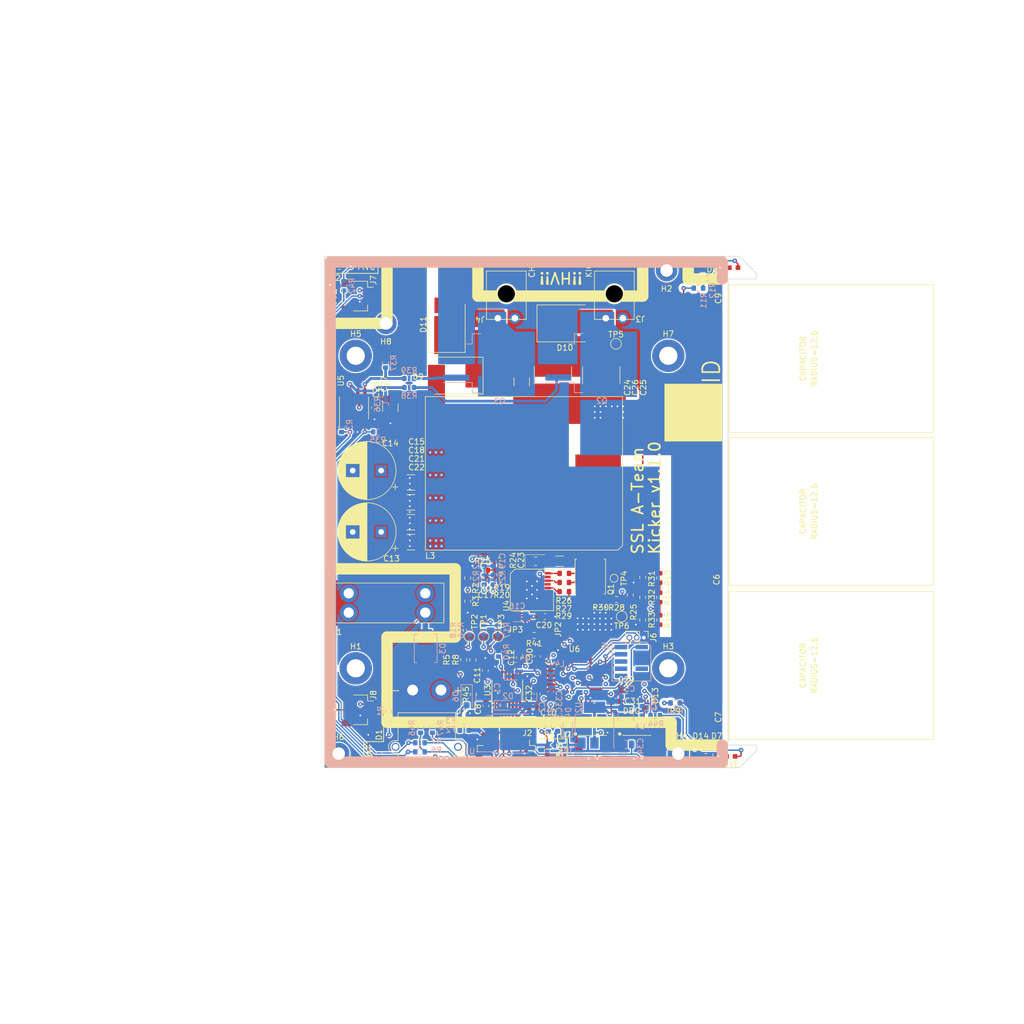
<source format=kicad_pcb>
(kicad_pcb (version 20221018) (generator pcbnew)
  (title_block (title "Kicker v1.1.0 Schematic") (date "2023-04-21") (rev "1") (company "The A-Team") (comment 1 "Author: Will Stuckey"))
  (layers (0 "F.Cu" signal) (1 "In1.Cu" signal) (2 "In2.Cu" signal) (31 "B.Cu" signal) (34 "B.Paste" user) (35 "F.Paste" user) (36 "B.SilkS" user "B.Silkscreen") (37 "F.SilkS" user "F.Silkscreen") (38 "B.Mask" user) (39 "F.Mask" user) (44 "Edge.Cuts" user))
  (net 0 "")
  (net 1 "+12V")
  (net 2 "GND")
  (net 3 "+5V")
  (net 4 "+3V3")
  (net 5 "/flyback_charger/V_{solenoid}")
  (net 6 "VBUS")
  (net 7 "+BATT")
  (net 8 "/flyback_charger/V_{batt}_FILT")
  (net 9 "/flyback_charger/V_{cc}_FILT")
  (net 10 "/flyback_charger/V_{trans}")
  (net 11 "/solenoid_control/GATE_{kick}_FILT")
  (net 12 "/solenoid_control/GATE_{chip}_FILT")
  (net 13 "Net-(#FLG04-pwr)")
  (net 14 "Net-(D1-A)")
  (net 15 "Net-(D5-A)")
  (net 16 "Net-(D6-A2)")
  (net 17 "Net-(D7-A)")
  (net 18 "Net-(D8-A)")
  (net 19 "+V_{BATT(RAW)}")
  (net 20 "/12V0_UNPROT")
  (net 21 "/TX_FAULT_PROT")
  (net 22 "/RX_CHIP_PROT")
  (net 23 "/BOOT0_KICK_PROT")
  (net 24 "/RST_CHG_PROT")
  (net 25 "/digital/SWDIO")
  (net 26 "/digital/SWDCLK")
  (net 27 "Net-(D12-A)")
  (net 28 "Net-(D13-A)")
  (net 29 "Net-(D14-A)")
  (net 30 "/digital/NRST")
  (net 31 "/digital/BALL_TX")
  (net 32 "/digital/BALL_RX")
  (net 33 "/CMD_{CHG}")
  (net 34 "/CMD_{kick}")
  (net 35 "/CMD_{chip}")
  (net 36 "/STATUS_{~{FAULT}}")
  (net 37 "/flyback_charger/FB")
  (net 40 "/flyback_charger/V_{trans}_SOURCE")
  (net 41 "/flyback_charger/HVGATE")
  (net 42 "/RST")
  (net 43 "/V_{batt}_MON")
  (net 44 "/HV_MON")
  (net 45 "/STATUS_{~{DONE}}")
  (net 46 "/flyback_charger/UVLO1")
  (net 47 "/flyback_charger/OVLO1")
  (net 48 "/flyback_charger/UVLO2")
  (net 49 "/flyback_charger/OVLO2")
  (net 50 "/flyback_charger/RV_{trans}")
  (net 51 "/flyback_charger/RBG")
  (net 52 "/flyback_charger/RDCM")
  (net 53 "/flyback_charger/RV_{out}")
  (net 54 "/flyback_charger/CSN")
  (net 55 "/flyback_charger/CSP")
  (net 56 "/solenoid_control/GATE_{kick}")
  (net 57 "/solenoid_control/GATE_{chip}")
  (net 58 "/digital/LED_BLUE")
  (net 59 "/digital/LED_GREEN")
  (net 60 "/digital/LED_RED")
  (net 61 "/TX")
  (net 62 "/RX")
  (net 63 "/BOOT0")
  (net 67 "Net-(J6-Pin_2)")
  (net 68 "Net-(J6-Pin_3)")
  (net 69 "Net-(Q1-G)")
  (net 71 "/digital/DOTSTAR_SCK")
  (net 73 "/digital/DOTSTAR_MOSI")
  (net 79 "/flyback_charger/HV_AC")
  (net 80 "/solenoid_control/KICK_SW")
  (net 81 "/solenoid_control/CHIP_SW")
  (net 82 "/DL1S")
  (net 83 "/DL2S")
  (net 84 "/HVMS")
  (net 85 "/flyback_charger/HVFBS")
  (net 86 "Net-(C23-Pad1)")
  (net 87 "/digital/VDDA")
  (net 89 "Net-(U7-CKO)")
  (net 90 "Net-(U7-SDO)")
  (footprint "MountingHole:MountingHole_2.2mm_M2_ISO14580_Pad" (layer "F.Cu") (at 239.25 192.5)
    (fp_text reference "H4")
    (fp_text value "M2")
  )
  (footprint "Connector_JST:JST_SH_BM08B-SRSS-TB_1x08-1MP_P1.00mm_Vertical" (layer "F.Cu") (at 209 192.2 180)
    (fp_text reference "J2")
    (fp_text value "1054052108")
  )
  (footprint "Resistor_SMD:R_0603_1608Metric" (layer "F.Cu") (at 233 165 90)
    (fp_text reference "R32")
    (fp_text value "237k 1%")
  )
  (footprint "AT-Capacitors:ESMQ201VSN102MQ35S" (layer "F.Cu") (at 248.195 177 90)
    (fp_text reference "C7")
    (fp_text value "1000uF 200V")
  )
  (footprint "Diode_SMD:D_SMC" (layer "F.Cu") (at 200 126 180)
    (fp_text reference "D9")
    (fp_text value "MURS460")
  )
  (footprint "Resistor_SMD:R_0603_1608Metric" (layer "F.Cu") (at 204.9 160.225)
    (fp_text reference "L1")
    (fp_text value "650 @100MHz")
  )
  (footprint "MountingHole:MountingHole_3.2mm_M3_ISO7380_Pad" (layer "F.Cu") (at 182.5 122.5)
    (fp_text reference "H5")
    (fp_text value "M3")
  )
  (footprint "Capacitor_SMD:C_0603_1608Metric" (layer "F.Cu") (at 215.8 168.4)
    (fp_text reference "C20")
    (fp_text value "0.1u")
  )
  (footprint "Capacitor_SMD:C_0603_1608Metric" (layer "F.Cu") (at 205.3 177.9 90)
    (fp_text reference "C11")
    (fp_text value "0.1u")
  )
  (footprint "AT-BoardFeatures:SolderJumper-2_2.0x1.2mm_Open" (layer "F.Cu") (at 210.6 172.2)
    (fp_text reference "JP3")
    (fp_text value "Disable Micro")
  )
  (footprint "Capacitor_SMD:C_0603_1608Metric" (layer "F.Cu") (at 228.230114 183.3)
    (fp_text reference "C31")
    (fp_text value "0.1u")
  )
  (footprint "Capacitor_SMD:C_0603_1608Metric" (layer "F.Cu") (at 214.4 182 -90)
    (fp_text reference "C32")
    (fp_text value "10n 10V")
  )
  (footprint "Resistor_SMD:R_0603_1608Metric" (layer "F.Cu") (at 236 161.6 -90)
    (fp_text reference "R13")
    (fp_text value "1M47")
  )
  (footprint "AT-LED:SK9822" (layer "F.Cu") (at 224.15 191.8 180)
    (fp_text reference "U7")
    (fp_text value "SK9822")
  )
  (footprint "Resistor_SMD:R_0603_1608Metric" (layer "F.Cu") (at 202.2 161.625 -90)
    (fp_text reference "R2")
    (fp_text value "267k")
  )
  (footprint "Connector_JST:JST_SH_SM03B-SRSS-TB_1x03-1MP_P1.00mm_Horizontal" (layer "F.Cu") (at 182.8 112 -90)
    (fp_text reference "J7")
    (fp_text value "Conn_01x03")
  )
  (footprint "Capacitor_THT:CP_Radial_D10.0mm_P5.00mm" (layer "F.Cu") (at 186.967677 142.7 180)
    (fp_text reference "C14")
    (fp_text value "220u 50V")
  )
  (footprint "Resistor_SMD:R_0603_1608Metric" (layer "F.Cu") (at 207.8 158.6 180)
    (fp_text reference "R23")
    (fp_text value "36k5 1%")
  )
  (footprint "Resistor_SMD:R_0603_1608Metric" (layer "F.Cu") (at 228.4 165.4 180)
    (fp_text reference "R28")
    (fp_text value "10 1%")
  )
  (footprint "AT-LED:LED0603" (layer "F.Cu") (at 248.5 193)
    (fp_text reference "D7")
    (fp_text value "RED")
  )
  (footprint "Resistor_SMD:R_0603_1608Metric" (layer "F.Cu") (at 219.2 162.4)
    (fp_text reference "R27")
    (fp_text value "80k6 1%")
  )
  (footprint "Connector_PinHeader_1.27mm:PinHeader_1x03_P1.27mm_Vertical" (layer "F.Cu") (at 233.2 172.1 -90)
    (fp_text reference "J6")
    (fp_text value "Conn_01x03_Female")
  )
  (footprint "Package_TO_SOT_SMD:TDSON-8-1" (layer "F.Cu") (at 223.775 161.325 90)
    (fp_text reference "Q1")
    (fp_text value "BSC0402NSATMA1")
  )
  (footprint "AT-LED:SK9822" (layer "F.Cu") (at 231.95 191.8 180)
    (fp_text reference "U8")
    (fp_text value "SK9822")
  )
  (footprint "Resistor_SMD:R_0603_1608Metric" (layer "F.Cu") (at 202.2 165.7 -90)
    (fp_text reference "R3")
    (fp_text value "18k7")
  )
  (footprint "Capacitor_SMD:C_0603_1608Metric" (layer "F.Cu") (at 211.3 175.6 90)
    (fp_text reference "C12")
    (fp_text value "0.1u")
  )
  (footprint "TestPoint:TestPoint_Pad_D1.5mm" (layer "F.Cu") (at 228.3 120.4)
    (fp_text reference "TP5")
    (fp_text value "SPICE: V_{out} <<<HIGH VOLTAGE>>>")
  )
  (footprint "MountingHole:MountingHole_2.2mm_M2_ISO14580_Pad" (layer "F.Cu") (at 187.8 116.8)
    (fp_text reference "H8")
    (fp_text value "M2")
  )
  (footprint "AT-LED:LED0603" (layer "F.Cu") (at 244.1 193 180)
    (fp_text reference "D14")
    (fp_text value "Yellow")
  )
  (footprint "AT-LED:LED0603" (layer "F.Cu") (at 186.6 192.4 90)
    (fp_text reference "D1")
    (fp_text value "Green")
  )
  (footprint "MountingHole:MountingHole_3.2mm_M3_ISO7380_Pad" (layer "F.Cu") (at 237.5 177.5)
    (fp_text reference "H3")
    (fp_text value "M3")
  )
  (footprint "Resistor_SMD:R_0603_1608Metric" (layer "F.Cu") (at 203.1 176 90)
    (fp_text reference "R8")
    (fp_text value "DNP")
  )
  (footprint "Resistor_SMD:R_0603_1608Metric" (layer "F.Cu") (at 238.7 183.6 180)
    (fp_text reference "R9")
    (fp_text value "1M47")
  )
  (footprint "Resistor_SMD:R_0603_1608Metric" (layer "F.Cu") (at 236 165.025 -90)
    (fp_text reference "R14")
    (fp_text value "1M47")
  )
  (footprint "MountingHole:MountingHole_3.2mm_M3_ISO7380_Pad" (layer "F.Cu") (at 182.5 177.5)
    (fp_text reference "H1")
    (fp_text value "M3")
  )
  (footprint "MountingHole:MountingHole_2.2mm_M2_ISO14580_Pad" (layer "F.Cu") (at 237.2 107.5)
    (fp_text reference "H2")
    (fp_text value "M2")
  )
  (footprint "AT-Connectors:2157601002" (layer "F.Cu") (at 228 111.6 180)
    (fp_text reference "J3")
    (fp_text value "2157601002")
  )
  (footprint "Capacitor_SMD:C_1210_3225Metric" (layer "F.Cu") (at 192.2 144.8 180)
    (fp_text reference "C15")
    (fp_text value "10u 50V")
  )
  (footprint "AT-BoardFeatures:SolderJumper-2_2.0x1.2mm_Closed" (layer "F.Cu") (at 219.6 170.1 -90)
    (fp_text reference "JP2")
    (fp_text value "CCM_EN")
  )
  (footprint "Capacitor_SMD:C_0603_1608Metric" (layer "F.Cu") (at 204.875 161.825 180)
    (fp_text reference "C17")
    (fp_text value "0.1u")
  )
  (footprint "AT-Fuses:3557-2" (layer "F.Cu") (at 188 166)
    (fp_text reference "F1")
    (fp_text value "40A")
  )
  (footprint "Connector_JST:JST_SH_SM03B-SRSS-TB_1x03-1MP_P1.00mm_Horizontal" (layer "F.Cu") (at 182.8 184.8 -90)
    (fp_text reference "J8")
    (fp_text value "Conn_01x03")
  )
  (footprint "TestPoint:TestPoint_Pad_D1.0mm" (layer "F.Cu") (at 227.95 161.6625 -90)
    (fp_text reference "TP4")
    (fp_text value "SPICE: V_{drain} <<<HIGH VOLTAGE>>>")
  )
  (footprint "Resistor_SMD:R_0805_2012Metric" (layer "F.Cu") (at 214.15 158.6625)
    (fp_text reference "R24")
    (fp_text value "1 1%")
  )
  (footprint "Capacitor_SMD:C_1210_3225Metric" (layer "F.Cu") (at 188.6 131.6 -90)
    (fp_text reference "C27")
    (fp_text value "10u 50v")
  )
  (footprint "Capacitor_SMD:C_0603_1608Metric" (layer "F.Cu") (at 213.7 184.4)
    (fp_text reference "C10")
    (fp_text value "0.1u")
  )
  (footprint "AT-Resistors:1206-CS" (layer "F.Cu") (at 222.625 166.325)
    (fp_text reference "R30")
    (fp_text value "3m00 1% 1W")
  )
  (footprint "Capacitor_SMD:C_0603_1608Metric" (layer "F.Cu") (at 185.8 131.625 -90)
    (fp_text reference "C28")
    (fp_text value "0.1u")
  )
  (footprint "Capacitor_THT:CP_Radial_D10.0mm_P5.00mm" (layer "F.Cu") (at 186.967677 153.5 180)
    (fp_text reference "C13")
    (fp_text value "220u 50V")
  )
  (footprint "AT-IC:LT3751-FE" (layer "F.Cu") (at 213.5 163.7 -90)
    (fp_text reference "U4")
    (fp_text value "LT3751")
  )
  (footprint "TestPoint:TestPoint_Pad_D1.5mm" (layer "F.Cu") (at 202.5 171.9)
    (fp_text reference "TP2")
    (fp_text value "CHG_EN")
  )
  (footprint "Capacitor_SMD:C_1210_3225Metric" (layer "F.Cu") (at 192.2 148.3 180)
    (fp_text reference "C18")
    (fp_text value "10u 50V")
  )
  (footprint "Resistor_SMD:R_0603_1608Metric" (layer "F.Cu") (at 203.2 182.1 90)
    (fp_text reference "R45")
    (fp_text value "0")
  )
  (footprint "Capacitor_SMD:C_2225_5664Metric" (layer "F.Cu") (at 225.7 125.9 -90)
    (fp_text reference "C25")
    (fp_text value "0.47u 500V")
  )
  (footprint "Capacitor_SMD:C_2225_5664Metric" (layer "F.Cu") (at 217.2 125.9 -90)
    (fp_text reference "C26")
    (fp_text value "0.47u 500V")
  )
  (footprint "Capacitor_SMD:C_1210_3225Metric" (layer "F.Cu") (at 192.2 155.3 180)
    (fp_text reference "C22")
    (fp_text value "10u 50V")
  )
  (footprint "TestPoint:TestPoint_Pad_D1.5mm" (layer "F.Cu") (at 229.3 168.4 180)
    (fp_text reference "TP6")
    (fp_text value "FB")
  )
  (footprint "AT-Capacitors:ESMQ201VSN102MQ35S" (layer "F.Cu") (at 248.195 149.9 90)
    (fp_text reference "C6")
    (fp_text value "1000uF 200V")
  )
  (footprint "MountingHole:MountingHole_2.2mm_M2_ISO14580_Pad" (layer "F.Cu") (at 179.5 192.5)
    (fp_text reference "H6")
    (fp_text value "M2")
  )
  (footprint "AT-LED:LED0603" (layer "F.Cu") (at 216.2 192 90)
    (fp_text reference "D5")
    (fp_text value "Green")
  )
  (footprint "AT-LED:LED0603" (layer "F.Cu") (at 234 184.4 180)
    (fp_text reference "D13")
    (fp_text value "Green")
  )
  (footprint "Capacitor_SMD:C_0603_1608Metric" (layer "F.Cu") (at 214.5 175.4 90)
    (fp_text reference "C30")
    (fp_text value "0.1u")
  )
  (footprint "Capacitor_SMD:C_1210_3225Metric" (layer "F.Cu") (at 211.7 127.1 -90)
    (fp_text reference "C24")
    (fp_text value "0.1u 500V")
  )
  (footprint "AT-Inductors:GA34XX-BL" (layer "F.Cu") (at 212.1 143.2 90)
    (fp_text reference "L3")
    (fp_text value "GA3460-BL")
  )
  (footprint "Resistor_SMD:R_0603_1608Metric" (layer "F.Cu") (at 207.975 160.2)
    (fp_text reference "R19")
    (fp_text value "316k 1%")
  )
  (footprint "Diode_SMD:D_SMC" (layer "F.Cu") (at 219.3 116.8)
    (fp_text reference "D10")
    (fp_text value "MURS460")
  )
  (footprint "TestPoint:TestPoint_Pad_D1.5mm" (layer "F.Cu") (at 207.5 171.9)
    (fp_text reference "TP3")
    (fp_text value "~{FAULT}")
  )
  (footprint "Package_SO:SOIC-8_3.9x4.9mm_P1.27mm" (layer "F.Cu") (at 182.2 131.7 90)
    (fp_text reference "U5")
    (fp_text value "IX4427")
  )
  (footprint "Package_QFP:LQFP-32_7x7mm_P0.8mm" (layer "F.Cu") (at 220.98 180)
    (fp_text reference "U6")
    (fp_text value "STM32F030K6Tx")
  )
  (footprint "Resistor_SMD:R_0603_1608Metric" (layer "F.Cu") (at 233 161.5 90)
    (fp_text reference "R31")
    (fp_text value "237k 1%")
  )
  (footprint "AT-LED:LED0603" (layer "F.Cu") (at 249 107 180)
    (fp_text reference "D8")
    (fp_text value "RED")
  )
  (footprint "AT-LED:LED0603" (layer "F.Cu") (at 179.6 106.8)
    (fp_text reference "D12")
    (fp_text value "Blue")
  )
  (footprint "Resistor_SMD:R_0603_1608Metric" (layer "F.Cu") (at 233 169 90)
    (fp_text reference "R33")
    (fp_text value "2k94 1%")
  )
  (footprint "Capacitor_SMD:C_1210_3225Metric" (layer "F.Cu") (at 192.175 151.8 180)
    (fp_text reference "C21")
    (fp_text value "10u 50V")
  )
  (footprint "Resistor_SMD:R_0603_1608Metric" (layer "F.Cu") (at 219.2 160.8)
    (fp_text reference "R26")
    (fp_text value "36k5 1%")
  )
  (footprint "MountingHole:MountingHole_3.2mm_M3_ISO7380_Pad" (layer "F.Cu") (at 237.5 122.5)
    (fp_text reference "H7")
    (fp_text value "M3")
  )
  (footprint "Capacitor_SMD:C_1206_3216Metric" (layer "F.Cu") (at 218.35 158.6625)
    (fp_text reference "C23")
    (fp_text value "0.1u 200V")
  )
  (footprint "Capacitor_SMD:C_0603_1608Metric" (layer "F.Cu") (at 205.4 184.1 90)
    (fp_text reference "C8")
    (fp_text value "0.1u")
  )
  (footprint "Resistor_SMD:R_0603_1608Metric" (layer "F.Cu") (at 201.5 176 90)
    (fp_text reference "R5")
    (fp_text value "DNP")
  )
  (footprint "Capacitor_SMD:C_0805_2012Metric" (layer "F.Cu") (at 230.1 181.2)
    (fp_text reference "C29")
    (fp_text value "4u7 25V")
  )
  (footprint "Resistor_SMD:R_0603_1608Metric" (layer "F.Cu") (at 219.2 164)
    (fp_text reference "R29")
    (fp_text value "4k21")
  )
  (footprint "AT-Capacitors:ESMQ201VSN102MQ35S" (layer "F.Cu") (at 248.195 123 90)
    (fp_text reference "C9")
    (fp_text value "1000uF 200V")
  )
  (footprint "Resistor_SMD:R_0603_1608Metric" (layer "F.Cu") (at 213.9 171.7 180)
    (fp_text reference "R41")
    (fp_text value "100k")
  )
  (footprint "Package_SO:QSOP-16_3.9x4.9mm_P0.635mm" (layer "F.Cu") (at 209.2 181.4 90)
    (fp_text reference "U3")
    (fp_text value "ADUM7441")
  )
  (footprint "Diode_SMD:D_SMC" (layer "F.Cu") (at 198.5 117 90)
    (fp_text reference "D11")
    (fp_text value "MURS460")
  )
  (footprint "TestPoint:TestPoint_Pad_D1.5mm" (layer "F.Cu") (at 205 171.9)
    (fp_text reference "TP1")
    (fp_text value "~{DONE}")
  )
  (footprint "Resistor_SMD:R_0603_1608Metric" (layer "F.Cu") (at 236 169 -90)
    (fp_text reference "R15")
    (fp_text value "15k")
  )
  (footprint "AT-Connectors:2157601002" (layer "F.Cu") (at 209 111.6 180)
    (fp_text reference "J4")
    (fp_text value "2157601002")
  )
  (footprint "Resistor_SMD:R_0603_1608Metric" (layer "F.Cu") (at 207.975 161.8)
    (fp_text reference "R20")
    (fp_text value "523k 1%")
  )
  (footprint "Resistor_SMD:R_0603_1608Metric" (layer "F.Cu") (at 230.8 164.6 -90)
    (fp_text reference "R25")
    (fp_text value "100k 1%")
  )
  (footprint "Connector_AMASS:AMASS_XT30PW-M_1x02_P2.50mm_Horizontal" (layer "F.Cu") (at 192.5 181.325 180)
    (fp_text reference "J1")
    (fp_text value "XT30PW-M")
  )
  (footprint "Resistor_SMD:R_0603_1608Metric" (layer "B.Cu") (at 191.9 126.5)
    (fp_text reference "R39")
    (fp_text value "10")
  )
  (footprint "AT-Discrete:D_SMB_Non-Polar" (layer "B.Cu") (at 194.8 174 90)
    (fp_text reference "D3")
    (fp_text value "824521261")
  )
  (footprint "Fuse:Fuse_0603_1608Metric" (layer "B.Cu") (at 201.6 186.8)
    (fp_text reference "F3")
    (fp_text value "1.5A Fast Blow")
  )
  (footprint "Resistor_SMD:R_0603_1608Metric" (layer "B.Cu") (at 205.1 161.924999 -90)
    (fp_text reference "R22")
    (fp_text value "226k 1%")
  )
  (footprint "Resistor_SMD:R_0603_1608Metric" (layer "B.Cu") (at 235.2 185.8)
    (fp_text reference "R44")
    (fp_text value "10k")
  )
  (footprint "Package_TO_SOT_SMD:TO-263-2" (layer "B.Cu") (at 207.825 123.825)
    (fp_text reference "Q3")
    (fp_text value "IXGA48N60A3")
  )
  (footprint "Resistor_SMD:R_0603_1608Metric" (layer "B.Cu") (at 242.8 110.6)
    (fp_text reference "R11")
    (fp_text value "1M47")
  )
  (footprint "Capacitor_SMD:C_0603_1608Metric" (layer "B.Cu") (at 230 182.5)
    (fp_text reference "C5")
    (fp_text value "1u 10V")
  )
  (footprint "Package_TO_SOT_SMD:SOT-223-3_TabPin2" (layer "B.Cu") (at 224.5 187.5 90)
    (fp_text reference "U2")
    (fp_text value "LM1117-3.3")
  )
  (footprint "Resistor_SMD:R_0603_1608Metric" (layer "B.Cu") (at 191.9 128.1)
    (fp_text reference "R38")
    (fp_text value "10")
  )
  (footprint "Diode_SMD:D_SOD-323" (layer "B.Cu") (at 208.5 184)
    (fp_text reference "D2")
    (fp_text value "CUS10S30,H3F")
  )
  (footprint "Resistor_SMD:R_0603_1608Metric" (layer "B.Cu") (at 216.8 178.3 -90)
    (fp_text reference "L4")
    (fp_text value "650 @100MHz")
  )
  (footprint "Capacitor_SMD:C_0603_1608Metric" (layer "B.Cu") (at 206.7 158.725 90)
    (fp_text reference "C19")
    (fp_text value "0.1u")
  )
  (footprint "Resistor_SMD:R_0603_1608Metric" (layer "B.Cu") (at 193.9 188 90)
    (fp_text reference "R46")
    (fp_text value "100k")
  )
  (footprint "Package_TO_SOT_SMD:TO-252-2" (layer "B.Cu") (at 209.84 189)
    (fp_text reference "U1")
    (fp_text value "LM1117-5.0")
  )
  (footprint "Resistor_SMD:R_0603_1608Metric" (layer "B.Cu") (at 205 170.8 -90)
    (fp_text reference "R16")
    (fp_text value "100k")
  )
  (footprint "Resistor_SMD:R_0603_1608Metric" (layer "B.Cu") (at 180.4 110.2 90)
    (fp_text reference "R42")
    (fp_text value "10k")
  )
  (footprint "Resistor_SMD:R_0603_1608Metric" (layer "B.Cu") (at 205.100001 158.724999 -90)
    (fp_text reference "L2")
    (fp_text value "650 @100MHz")
  )
  (footprint "Resistor_SMD:R_0603_1608Metric" (layer "B.Cu") (at 216.4 187.8 -90)
    (fp_text reference "R4")
    (fp_text value "10k")
  )
  (footprint "Resistor_SMD:R_0603_1608Metric" (layer "B.Cu") (at 186.4 135.9)
    (fp_text reference "R35")
    (fp_text value "100k")
  )
  (footprint "Capacitor_SMD:C_0603_1608Metric" (layer "B.Cu") (at 216.8 181.6 -90)
    (fp_text reference "C33")
    (fp_text value "1u 10V")
  )
  (footprint "Resistor_SMD:R_0603_1608Metric" (layer "B.Cu") (at 206.699999 161.925 -90)
    (fp_text reference "R21")
    (fp_text value "205k 1%")
  )
  (footprint "Resistor_SMD:R_0603_1608Metric" (layer "B.Cu") (at 238.725 183.6)
    (fp_text reference "R10")
    (fp_text value "1M47")
  )
  (footprint "Resistor_SMD:R_0603_1608Metric" (layer "B.Cu") (at 244.4 108.8)
    (fp_text reference "R12")
    (fp_text value "1M47")
  )
  (footprint "Resistor_SMD:R_0603_1608Metric" (layer "B.Cu") (at 188.3 185.1 -90)
    (fp_text reference "R1")
    (fp_text value "22k")
  )
  (footprint "AT-Connectors:Samtec-2x5pin-0.5mm" (layer "B.Cu") (at 231 176.3 -90)
    (fp_text reference "J5")
    (fp_text value "Conn_ARM_JTAG_SWD_10")
  )
  (footprint "Diode_SMD:D_SOD-323" (layer "B.Cu") (at 219.8 188 90)
    (fp_text reference "D4")
    (fp_text value "CUS10S30,H3F")
  )
  (footprint "Capacitor_SMD:C_1210_3225Metric" (layer "B.Cu") (at 230 186 -90)
    (fp_text reference "C4")
    (fp_text value "47u 10V")
  )
  (footprint "Capacitor_SMD:C_1206_3216Metric" (layer "B.Cu") (at 210.9 168.4 180)
    (fp_text reference "C16")
    (fp_text value "10u 35V")
  )
  (footprint "Resistor_SMD:R_0603_1608Metric" (layer "B.Cu") (at 187.75 123.75 90)
    (fp_text reference "R37")
    (fp_text value "100k")
  )
  (footprint "Fuse:Fuse_0603_1608Metric" (layer "B.Cu") (at 201.6 188.4 180)
    (fp_text reference "F2")
    (fp_text value "1.5A Fast Blow")
  )
  (footprint "Capacitor_SMD:C_1210_3225Metric" (layer "B.Cu") (at 213 182.5 90)
    (fp_text reference "C2")
    (fp_text value "47u 10V")
  )
  (footprint "Capacitor_SMD:C_0805_2012Metric" (layer "B.Cu") (at 230.1 190.9)
    (fp_text reference "C34")
    (fp_text value "4u7 25V")
  )
  (footprint "Package_TO_SOT_SMD:SOT-23" (layer "B.Cu") (at 210.3 178)
    (fp_text reference "Q4")
    (fp_text value "BSS138K")
  )
  (footprint "Resistor_SMD:R_0603_1608Metric" (layer "B.Cu") (at 187.75 131 -90)
    (fp_text reference "R36")
    (fp_text value "100k")
  )
  (footprint "Resistor_SMD:R_0603_1608Metric" (layer "B.Cu") (at 193.8 190.6 180)
    (fp_text reference "R7")
    (fp_text value "DNP")
  )
  (footprint "Resistor_SMD:R_0603_1608Metric" (layer "B.Cu") (at 207.6 174.6 90)
    (fp_text reference "R40")
    (fp_text value "100k")
  )
  (footprint "Resistor_SMD:R_0603_1608Metric" (layer "B.Cu") (at 196 188 90)
    (fp_text reference "R47")
    (fp_text value "100k")
  )
  (footprint "Resistor_SMD:R_0603_1608Metric" (layer "B.Cu") (at 180 135.1 90)
    (fp_text reference "R34")
    (fp_text value "100k")
  )
  (footprint "Capacitor_SMD:C_1210_3225Metric" (layer "B.Cu") (at 205 182.5 90)
    (fp_text reference "C1")
    (fp_text value "22u 25V")
  )
  (footprint "Resistor_SMD:R_0603_1608Metric" (layer "B.Cu") (at 193.8 192.2 180)
    (fp_text reference "R6")
    (fp_text value "DNP")
  )
  (footprint "Diode_SMD:D_SOD-123F" (layer "B.Cu") (at 202 182.6 -90)
    (fp_text reference "D6")
    (fp_text value "SMF12CA")
  )
  (footprint "Resistor_SMD:R_0603_1608Metric" (layer "B.Cu") (at 232.9 185 -90)
    (fp_text reference "R43")
    (fp_text value "10k")
  )
  (footprint "Package_TO_SOT_SMD:TO-263-2" (layer "B.Cu") (at 225.8 123.8)
    (fp_text reference "Q2")
    (fp_text value "IXGA48N60A3")
  )
  (footprint "Capacitor_SMD:C_0603_1608Metric" (layer "B.Cu") (at 218 187.8 90)
    (fp_text reference "C3")
    (fp_text value "1u 10V")
  )
  (footprint "Resistor_SMD:R_0603_1608Metric" (layer "B.Cu") (at 207.5 170.8 -90)
    (fp_text reference "R17")
    (fp_text value "100k")
  )
  (footprint "Resistor_SMD:R_0603_1608Metric" (layer "B.Cu") (at 202.5 170.8 90)
    (fp_text reference "R18")
    (fp_text value "100k")
  )
  (footprint "AT-BoardFeatures:SolderJumper-2_2.0x1.2mm_Closed" (layer "B.Cu") (at 217 191 180)
    (fp_text reference "JP1")
    (fp_text value "Power Iso.")
  )
  (gr_line (start 247 194) (end 247 191) (stroke (width 2)) (layer "B.SilkS"))
  (gr_line (start 178 106) (end 178 194) (stroke (width 2)) (layer "B.SilkS"))
  (gr_line (start 247 106) (end 178 106) (stroke (width 2)) (layer "B.SilkS"))
  (gr_line (start 178 194) (end 247 194) (stroke (width 2)) (layer "B.SilkS"))
  (gr_line (start 247 109) (end 247 106) (stroke (width 2)) (layer "B.SilkS"))
  (gr_line (start 233 106) (end 233 112) (stroke (width 2)) (layer "F.SilkS"))
  (gr_line (start 188 187) (end 238 187) (stroke (width 2)) (layer "F.SilkS"))
  (gr_line (start 178 116.8) (end 178 160) (stroke (width 2)) (layer "F.SilkS"))
  (gr_line (start 247 109) (end 241 109) (stroke (width 2)) (layer "F.SilkS"))
  (gr_line (start 188 172) (end 188 187) (stroke (width 2)) (layer "F.SilkS"))
  (gr_line (start 238 191) (end 247 191) (stroke (width 2)) (layer "F.SilkS"))
  (gr_line (start 212.3 159.9) (end 212.3 157.5) (stroke (width 0.075)) (layer "F.SilkS"))
  (gr_line (start 241 106) (end 241 109) (stroke (width 2)) (layer "F.SilkS"))
  (gr_line (start 187.4 187.6) (end 187.4 190.4) (stroke (width 0.15)) (layer "F.SilkS"))
  (gr_line (start 238 187) (end 238 191) (stroke (width 2)) (layer "F.SilkS"))
  (gr_line (start 200 172) (end 188 172) (stroke (width 2)) (layer "F.SilkS"))
  (gr_line (start 188 106) (end 188 116.8) (stroke (width 2)) (layer "F.SilkS"))
  (gr_line (start 183.9 194.2) (end 188.4 194.2) (stroke (width 0.15)) (layer "F.SilkS"))
  (gr_line (start 178 160) (end 200 160) (stroke (width 2)) (layer "F.SilkS"))
  (gr_line (start 183.9 190.4) (end 183.9 194.2) (stroke (width 0.15)) (layer "F.SilkS"))
  (gr_line (start 186.4 105.6) (end 177.6 105.6) (stroke (width 0.15)) (layer "F.SilkS"))
  (gr_line (start 241 106) (end 233 106) (stroke (width 2)) (layer "F.SilkS"))
  (gr_line (start 233 112) (end 204 112) (stroke (width 2)) (layer "F.SilkS"))
  (gr_rect (start 236.9 127.5) (end 246.9 137.5) (stroke (width 0.15)) (fill solid) (layer "F.SilkS"))
  (gr_line (start 214.8 194.2) (end 219.7 194.2) (stroke (width 0.15)) (layer "F.SilkS"))
  (gr_line (start 188 116.8) (end 178 116.8) (stroke (width 2)) (layer "F.SilkS"))
  (gr_line (start 177.6 105.6) (end 177.6 108) (stroke (width 0.15)) (layer "F.SilkS"))
  (gr_line (start 186.4 108) (end 186.4 105.6) (stroke (width 0.15)) (layer "F.SilkS"))
  (gr_line (start 177.6 108) (end 186.4 108) (stroke (width 0.15)) (layer "F.SilkS"))
  (gr_line (start 188 106) (end 204 106) (stroke (width 2)) (layer "F.SilkS"))
  (gr_line (start 187.4 190.4) (end 183.9 190.4) (stroke (width 0.15)) (layer "F.SilkS"))
  (gr_line (start 200 160) (end 200 172) (stroke (width 2)) (layer "F.SilkS"))
  (gr_line (start 204 106) (end 204 112) (stroke (width 2)) (layer "F.SilkS"))
  (gr_line (start 219.7 194.2) (end 219.7 189.9) (stroke (width 0.15)) (layer "F.SilkS"))
  (gr_line (start 212.3 157.5) (end 215.9 157.5) (stroke (width 0.075)) (layer "F.SilkS"))
  (gr_line (start 219.7 189.9) (end 214.8 189.9) (stroke (width 0.15)) (layer "F.SilkS"))
  (gr_line (start 253 191) (end 253 192) (stroke (width 0.1)) (layer "Edge.Cuts"))
  (gr_line (start 177 195) (end 250 195) (stroke (width 0.1)) (layer "Edge.Cuts"))
  (gr_line (start 248 191) (end 253 191) (stroke (width 0.1)) (layer "Edge.Cuts"))
  (gr_line (start 248 109) (end 253 109) (stroke (width 0.1)) (layer "Edge.Cuts"))
  (gr_line (start 253 192) (end 250 195) (stroke (width 0.1)) (layer "Edge.Cuts"))
  (gr_line (start 177 105) (end 177 195) (stroke (width 0.1)) (layer "Edge.Cuts"))
  (gr_line (start 253 108) (end 250 105) (stroke (width 0.1)) (layer "Edge.Cuts"))
  (gr_line (start 250 105) (end 177 105) (stroke (width 0.1)) (layer "Edge.Cuts"))
  (gr_line (start 248 191) (end 248 109) (stroke (width 0.1)) (layer "Edge.Cuts"))
  (gr_line (start 253 109) (end 253 108) (stroke (width 0.1)) (layer "Edge.Cuts"))
  (gr_text "Kicker v1.1.0" (at 235.1 147.5 90) (layer "F.SilkS") (effects (font (size 2 2) (thickness 0.3))))
  (gr_text "SSL A-Team" (at 232.1 148 90) (layer "F.SilkS") (effects (font (size 2 2) (thickness 0.3))))
  (gr_text "RX" (at 178.2 112 270) (layer "F.SilkS") (effects (font (size 1.5 1.5) (thickness 0.3))))
  (gr_text "BAT" (at 184.9 192.4 90) (layer "F.SilkS") (effects (font (size 1 1))))
  (gr_text "CHIP" (at 213.5 107 90) (layer "F.SilkS") (effects (font (size 1 1))))
  (gr_text "LIVE" (at 248.4 194.4) (layer "F.SilkS") (effects (font (size 1 1))))
  (gr_text "TX" (at 178.2 184.82 270) (layer "F.SilkS") (effects (font (size 1.5 1.5) (thickness 0.3))))
  (gr_text "ID" (at 245.1 125.3 90) (layer "F.SilkS") (effects (font (size 3 3) (thickness 0.3))))
  (gr_text "!!HV!!" (at 218.6 108.8 180) (layer "F.SilkS") (effects (font (size 2 2) (thickness 0.3))))
  (gr_text "KICK" (at 223.5 107 90) (layer "F.SilkS") (effects (font (size 1 1))))
  (gr_text "BALL" (at 184.2 106.8 180) (layer "F.SilkS") (effects (font (size 1 1))))
  (gr_text "DBG" (at 231 185) (layer "F.SilkS") (effects (font (size 1 1))))
  (gr_text "LIVE" (at 246.3 105.7 180) (layer "F.SilkS") (effects (font (size 1 1))))
  (gr_text "ERR" (at 244.1 194.4) (layer "F.SilkS") (effects (font (size 1 1))))
  (gr_text "3v3" (at 218.4 192 90) (layer "F.SilkS") (effects (font (size 1 1) (thickness 0.2))))
  (segment (start 182.835 129.225) (end 182.835 130.535) (width 0.5) (layer "F.Cu") (net 1))
  (segment (start 216.275 165.325) (end 215.5 165.325) (width 0.25) (layer "F.Cu") (net 1))
  (segment (start 215.3 165.525) (end 215.3 166.3) (width 0.25) (layer "F.Cu") (net 1))
  (segment (start 215.5 165.325) (end 215.3 165.525) (width 0.25) (layer "F.Cu") (net 1))
  (segment (start 183.15 130.85) (end 183.1 130.9) (width 0.5) (layer "F.Cu") (net 1))
  (segment (start 215.025 168.4) (end 215.025 166.575) (width 0.5) (layer "F.Cu") (net 1))
  (segment (start 188.6 130.125) (end 186.525 130.125) (width 0.5) (layer "F.Cu") (net 1))
  (segment (start 216.275 164.675) (end 216.275 165.325) (width 0.25) (layer "F.Cu") (net 1))
  (segment (start 215.3 166.3) (end 215.1 166.5) (width 0.25) (layer "F.Cu") (net 1))
  (segment (start 186.525 130.125) (end 185.8 130.85) (width 0.5) (layer "F.Cu") (net 1))
  (segment (start 182.835 130.535) (end 183.15 130.85) (width 0.5) (layer "F.Cu") (net 1))
  (segment (start 183.15 130.85) (end 185.8 130.85) (width 0.5) (layer "F.Cu") (net 1))
  (segment (start 215.025 166.575) (end 215.3 166.3) (width 0.5) (layer "F.Cu") (net 1))
  (segment (start 215.025 168.4) (end 213.8 168.4) (width 0.75) (layer "F.Cu") (net 1))
  (segment (start 183.1 130.9) (end 183.1 131.6) (width 0.5) (layer "F.Cu") (net 1))
  (via (at 213.8 168.4) (size 0.8) (drill 0.3) (layers "F.Cu" "B.Cu") (net 1))
  (via (at 202.6 185.4) (size 0.8) (drill 0.3) (layers "F.Cu" "B.Cu") (net 1))
  (via (at 203.8 185.4) (size 0.8) (drill 0.3) (layers "F.Cu" "B.Cu") (net 1))
  (via (at 183.1 131.6) (size 0.8) (drill 0.3) (layers "F.Cu" "B.Cu") (net 1))
  (via (at 203 158.2495) (size 0.8) (drill 0.3) (layers "F.Cu" "B.Cu") (net 1))
  (segment (start 207.45 184) (end 205.025 184) (width 0.5) (layer "B.Cu") (net 1))
  (segment (start 202.4675 186.72) (end 202.3875 186.8) (width 0.75) (layer "B.Cu") (net 1))
  (segment (start 205.100001 157.899999) (end 203.349501 157.899999) (width 0.25) (layer "B.Cu") (net 1))
  (segment (start 205.025 184) (end 205 183.975) (width 0.5) (layer "B.Cu") (net 1))
  (segment (start 213.8 168.4) (end 212.375 168.4) (width 0.75) (layer "B.Cu") (net 1))
  (segment (start 203.349501 157.899999) (end 203 158.2495) (width 0.25) (layer "B.Cu") (net 1))
  (segment (start 218.18 174.38) (end 218.1 174.3) (width 0.25) (layer "F.Cu") (net 2))
  (segment (start 230.8 163.775) (end 230.8 163) (width 0.25) (layer "F.Cu") (net 2))
  (segment (start 223.78 182.72) (end 223.8 182.7) (width 0.25) (layer "F.Cu") (net 2))
  (segment (start 214.475 184.4) (end 214.475 184.775) (width 0.25) (layer "F.Cu") (net 2))
  (segment (start 211.3 174.825) (end 209.925 174.825) (width 0.25) (layer "F.Cu") (net 2))
  (segment (start 203.2 159.65) (end 203 159.45) (width 0.25) (layer "F.Cu") (net 2))
  (segment (start 216.2 192.75) (end 219.25 192.75) (width 0.25) (layer "F.Cu") (net 2))
  (segment (start 219.25 192.75) (end 219.9 193.4) (width 0.25) (layer "F.Cu") (net 2))
  (segment (start 205.4 183.325) (end 205.4 182.7) (width 0.25) (layer "F.Cu") (net 2))
  (segment (start 231.05 181.2) (end 231.2 181.2) (width 0.25) (layer "F.Cu") (net 2))
  (segment (start 244.85 193) (end 246.3 193) (width 0.25) (layer "F.Cu") (net 2))
  (segment (start 221.7 193.4) (end 223.45 193.4) (width 0.25) (layer "F.Cu") (net 2))
  (segment (start 207.6125 184.0543) (end 207.6125 181.987799) (width 0.25) (layer "F.Cu") (net 2))
  (segment (start 207.6125 178.7457) (end 207.6125 177.8125) (width 0.25) (layer "F.Cu") (net 2))
  (segment (start 234.75 184.4) (end 234.025489 183.675489) (width 0.25) (layer "F.Cu") (net 2))
  (segment (start 211.4225 178.7457) (end 212.5457 178.7457) (width 0.25) (layer "F.Cu") (net 2))
  (segment (start 214.475 184.775) (end 215.6 185.9) (width 0.25) (layer "F.Cu") (net 2))
  (segment (start 233 169.825) (end 231.825 169.825) (width 0.25) (layer "F.Cu") (net 2))
  (segment (start 220.025 165.2005) (end 220.1 165.2755) (width 0.25) (layer "F.Cu") (net 2))
  (segment (start 207.6125 181.987799) (end 207.499201 181.8745) (width 0.25) (layer "F.Cu") (net 2))
  (segment (start 186.6 193.15) (end 185.95 193.15) (width 0.25) (layer "F.Cu") (net 2))
  (segment (start 249.75 106.35) (end 249.2 105.8) (width 0.25) (layer "F.Cu") (net 2))
  (segment (start 249.75 107) (end 249.75 106.35) (width 0.25) (layer "F.Cu") (net 2))
  (segment (start 231.7 183.3) (end 232.5 182.5) (width 0.25) (layer "F.Cu") (net 2))
  (segment (start 232.5 182.524614) (end 232.5 182.5) (width 0.25) (layer "F.Cu") (net 2))
  (segment (start 207.6125 177.8125) (end 207 177.2) (width 0.25) (layer "F.Cu") (net 2))
  (segment (start 236 169.825) (end 233 169.825) (width 0.25) (layer "F.Cu") (net 2))
  (segment (start 214.4 182.775) (end 214.4 184.325) (width 0.25) (layer "F.Cu") (net 2))
  (segment (start 188.6 133.075) (end 188.6 134.4) (width 0.5) (layer "F.Cu") (net 2))
  (segment (start 219.5 168.4) (end 219.6 168.5) (width 0.25) (layer "F.Cu") (net 2))
  (segment (start 202.2 166.525) (end 202.2 167.7) (width 0.25) (layer "F.Cu") (net 2))
  (segment (start 211.4225 184.0543) (end 211.4225 184.6493) (width 0.25) (layer "F.Cu") (net 2))
  (segment (start 184.8 185.8) (end 183.3 185.8) (width 0.25) (layer "F.Cu") (net 2))
  (segment (start 178 107.2) (end 178 110) (width 0.25) (layer "F.Cu") (net 2))
  (segment (start 212.273698 185.500498) (end 213.6 185.500498) (width 0.25) (layer "F.Cu") (net 2))
  (segment (start 185.2 192.4) (end 184.7 191.9) (width 0.25) (layer "F.Cu") (net 2))
  (segment (start 233.650875 183.675489) (end 232.5 182.524614) (width 0.25) (layer "F.Cu") (net 2))
  (segment (start 220.025 164) (end 220.025 165.2005) (width 0.25) (layer "F.Cu") (net 2))
  (segment (start 184.8 113) (end 183.2 113) (width 0.25) (layer "F.Cu") (net 2))
  (segment (start 223.78 184.175) (end 223.78 182.72) (width 0.25) (layer "F.Cu") (net 2))
  (segment (start 206.2255 181.8745) (end 207.499201 181.8745) (width 0.25) (layer "F.Cu") (net 2))
  (segment (start 203.2 160.925) (end 203.2 159.65) (width 0.25) (layer "F.Cu") (net 2))
  (segment (start 211.825 165.975) (end 212.6 165.2) (width 0.25) (layer "F.Cu") (net 2))
  (segment (start 212.5 192.1) (end 212.2 192.4) (width 0.5) (layer "F.Cu") (net 2))
  (segment (start 212.2 192.4) (end 212.2 192.499502) (width 0.5) (layer "F.Cu") (net 2))
  (segment (start 234.025489 183.675489) (end 233.650875 183.675489) (width 0.25) (layer "F.Cu") (net 2))
  (segment (start 231.825 169.825) (end 231.8 169.8) (width 0.25) (layer "F.Cu") (net 2))
  (segment (start 182.835 135.865) (end 182.8 135.9) (width 0.5) (layer "F.Cu") (net 2))
  (segment (start 217.9 168.4) (end 219.5 168.4) (width 0.25) (layer "F.Cu") (net 2))
  (segment (start 247.75 193) (end 246.3 193) (width 0.25) (layer "F.Cu") (net 2))
  (segment (start 214.4 184.325) (end 214.475 184.4) (width 0.25) (layer "F.Cu") (net 2))
  (segment (start 230.8 163) (end 231.4 162.4) (width 0.25) (layer "F.Cu") (net 2))
  (segment (start 216.575 168.4) (end 217.6 168.4) (width 0.75) (layer "F.Cu") (net 2))
  (segment (start 229.005114 183.3) (end 231.7 183.3) (width 0.25) (layer "F.Cu") (net 2))
  (segment (start 214.5 174.625) (end 214.5 173.3) (width 0.25) (layer "F.Cu") (net 2))
  (segment (start 209.925 174.825) (end 209.9 174.8) (width 0.25) (layer "F.Cu") (net 2))
  (segment (start 219.9 193.4) (end 221.7 193.4) (width 0.25) (layer "F.Cu") (net 2))
  (segment (start 219.6 168.5) (end 219.6 169.25) (width 0.25) (layer "F.Cu") (net 2))
  (segment (start 205.3 177.125) (end 205.3 175.7) (width 0.25) (layer "F.Cu") (net 2))
  (segment (start 185.8 132.4) (end 185.8 133.7) (width 0.5) (layer "F.Cu") (net 2))
  (segment (start 210.725 165.975) (end 211.825 165.975) (width 0.25) (layer "F.Cu") (net 2))
  (segment (start 185.95 193.15) (end 185.2 192.4) (width 0.25) (layer "F.Cu") (net 2))
  (segment (start 229.5 193.4) (end 231.45 193.4) (width 0.25) (layer "F.Cu") (net 2))
  (segment (start 184.7 191.9) (end 184.7 189.2) (width 0.25) (layer "F.Cu") (net 2))
  (segment (start 178.85 106.8) (end 178.4 106.8) (width 0.25) (layer "F.Cu") (net 2))
  (segment (start 209.95 172.2) (end 209.95 174.75) (width 0.25) (layer "F.Cu") (net 2))
  (segment (start 204.1 161.825) (end 203.2 160.925) (width 0.25) (layer "F.Cu") (net 2))
  (segment (start 231.2 181.2) (end 232.5 182.5) (width 0.25) (layer "F.Cu") (net 2))
  (segment (start 212.5 190.875) (end 212.5 192.1) (width 0.5) (layer "F.Cu") (net 2))
  (segment (start 178.4 106.8) (end 178 107.2) (width 0.25) (layer "F.Cu") (net 2))
  (segment (start 209.95 174.75) (end 209.9 174.8) (width 0.25) (layer "F.Cu") (net 2))
  (segment (start 211.4225 184.6493) (end 212.273698 185.500498) (width 0.25) (layer "F.Cu") (net 2))
  (segment (start 218.18 175.825) (end 218.18 174.38) (width 0.25) (layer "F.Cu") (net 2))
  (segment (start 212.5457 178.7457) (end 212.7 178.9) (width 0.25) (layer "F.Cu") (net 2))
  (segment (start 205.4 182.7) (end 206.2255 181.8745) (width 0.25) (layer "F.Cu") (net 2))
  (segment (start 182.835 134.175) (end 182.835 135.865) (width 0.5) (layer "F.Cu") (net 2))
  (via (at 212.6 162.2) (size 0.8) (drill 0.3) (layers "F.Cu" "B.Cu") (net 2))
  (via (at 202.2 167.7) (size 0.8) (drill 0.3) (layers "F.Cu" "B.Cu") (net 2))
  (via (at 226.475 168.725) (size 0.8) (drill 0.3) (layers "F.Cu" "B.Cu") (net 2))
  (via (at 231.4 162.4) (size 0.8) (drill 0.3) (layers "F.Cu" "B.Cu") (net 2))
  (via (at 192 146) (size 0.8) (drill 0.3) (layers "F.Cu" "B.Cu") (net 2))
  (via (at 223.45 193.4) (size 0.8) (drill 0.3) (layers "F.Cu" "B.Cu") (net 2))
  (via (at 224.475 166.725) (size 0.8) (drill 0.3) (layers "F.Cu" "B.Cu") (net 2))
  (via (at 223.8 182.7) (size 0.8) (drill 0.3) (layers "F.Cu" "B.Cu") (net 2))
  (via (at 231.45 193.4) (size 0.8) (drill 0.3) (layers "F.Cu" "B.Cu") (net 2))
  (via (at 224.475 168.725) (size 0.8) (drill 0.3) (layers "F.Cu" "B.Cu") (net 2))
  (via (at 224.55 132.4) (size 0.8) (drill 0.3) (layers "F.Cu" "B.Cu") (net 2))
  (via (at 226.475 166.725) (size 0.8) (drill 0.3) (layers "F.Cu" "B.Cu") (net 2))
  (via (at 218.1 174.3) (size 0.8) (drill 0.3) (layers "F.Cu" "B.Cu") (net 2))
  (via (at 221.55 168.7) (size 0.8) (drill 0.3) (layers "F.Cu" "B.Cu") (net 2))
  (via (at 207.499201 181.8745) (size 0.8) (drill 0.3) (layers "F.Cu" "B.Cu") (net 2))
  (via (at 183.3 185.8) (size 0.8) (drill 0.3) (layers "F.Cu" "B.Cu") (net 2))
  (via (at 226.8 188.8) (size 0.8) (drill 0.3) (layers "F.Cu" "B.Cu") (net 2))
  (via (at 226.475 169.725) (size 0.8) (drill 0.3) (layers "F.Cu" "B.Cu") (net 2))
  (via (at 225.55 132.4) (size 0.8) (drill 0.3) (layers "F.Cu" "B.Cu") (net 2))
  (via (at 185.8 133.7) (size 0.8) (drill 0.3) (layers "F.Cu" "B.Cu") (net 2))
  (via (at 226.55 131.4) (size 0.8) (drill 0.3) (layers "F.Cu" "B.Cu") (net 2))
  (via (at 246.3 193) (size 0.8) (drill 0.3) (layers "F.Cu" "B.Cu") (net 2))
  (via (at 249.2 105.8) (size 0.8) (drill 0.3) (layers "F.Cu" "B.Cu") (net 2))
  (via (at 214.4 162.2) (size 0.8) (drill 0.3) (layers "F.Cu" "B.Cu") (net 2))
  (via (at 226.475 167.725) (size 0.8) (drill 0.3) (layers "F.Cu" "B.Cu") (net 2))
  (via (at 192 154) (size 0.8) (drill 0.3) (layers "F.Cu" "B.Cu") (net 2))
  (via (at 223.475 170.725) (size 0.8) (drill 0.3) (layers "F.Cu" "B.Cu") (net 2))
  (via (at 182.8 135.9) (size 0.8) (drill 0.3) (layers "F.Cu" "B.Cu") (net 2))
  (via (at 223.475 169.725) (size 0.8) (drill 0.3) (layers "F.Cu" "B.Cu") (net 2))
  (via (at 213.6 185.500498) (size 0.8) (drill 0.3) (layers "F.Cu" "B.Cu") (net 2))
  (via (at 224.55 131.4) (size 0.8) (drill 0.3) (layers "F.Cu" "B.Cu") (net 2))
  (via (at 224.55 133.4) (size 0.8) (drill 0.3) (layers "F.Cu" "B.Cu") (net 2))
  (via (at 212.7 178.9) (size 0.8) (drill 0.3) (layers "F.Cu" "B.Cu") (net 2))
  (via (at 203 159.45) (size 0.8) (drill 0.3) (layers "F.Cu" "B.Cu") (net 2))
  (via (at 188.6 134.4) (size 0.8) (drill 0.3) (layers "F.Cu" "B.Cu") (net 2))
  (via (at 192 155) (size 0.8) (drill 0.3) (layers "F.Cu" "B.Cu") (net 2))
  (via (at 227.475 170.725) (size 0.8) (drill 0.3) (layers "F.Cu" "B.Cu") (net 2))
  (via (at 205.3 175.7) (size 0.8) (drill 0.3) (layers "F.Cu" "B.Cu") (net 2))
  (via (at 228.55 131.4) (size 0.8) (drill 0.3) (layers "F.Cu" "B.Cu") (net 2))
  (via (at 192 156) (size 0.8) (drill 0.3) (layers "F.Cu" "B.Cu") (net 2))
  (via (at 225.55 133.4) (size 0.8) (drill 0.3) (layers "F.Cu" "B.Cu") (net 2))
  (via (at 221.55 169.7) (size 0.8) (drill 0.3) (layers "F.Cu" "B.Cu") (net 2))
  (via (at 224.475 169.725) (size 0.8) (drill 0.3) (layers "F.Cu" "B.Cu") (net 2))
  (via (at 229.55 133.4) (size 0.8) (drill 0.3) (layers "F.Cu" "B.Cu") (net 2))
  (via (at 191.999999 148.98915) (size 0.8) (drill 0.3) (layers "F.Cu" "B.Cu") (net 2))
  (via (at 183.2 113) (size 0.8) (drill 0.3) (layers "F.Cu" "B.Cu") (net 2))
  (via (at 225.475 167.725) (size 0.8) (drill 0.3) (layers "F.Cu" "B.Cu") (net 2))
  (via (at 221.55 170.7) (size 0.8) (drill 0.3) (layers "F.Cu" "B.Cu") (net 2))
  (via (at 203.9 190) (size 0.8) (drill 0.3) (layers "F.Cu" "B.Cu") (net 2))
  (via (at 225.475 168.725) (size 0.8) (drill 0.3) (layers "F.Cu" "B.Cu") (net 2))
  (via (at 192 147) (size 0.8) (drill 0.3) (layers "F.Cu" "B.Cu") (net 2))
  (via (at 192 144) (size 0.8) (drill 0.3) (layers "F.Cu" "B.Cu") (net 2))
  (via (at 192 153) (size 0.8) (drill 0.3) (layers "F.Cu" "B.Cu") (net 2))
  (via (at 192 145) (size 0.8) (drill 0.3) (layers "F.Cu" "B.Cu") (net 2))
  (via (at 192 148) (size 0.8) (drill 0.3) (layers "F.Cu" "B.Cu") (net 2))
  (via (at 225.475 166.725) (size 0.8) (drill 0.3) (layers "F.Cu" "B.Cu") (net 2))
  (via (at 184.7 189.2) (size 0.8) (drill 0.3) (layers "F.Cu" "B.Cu") (net 2))
  (via (at 225.475 170.725) (size 0.8) (drill 0.3) (layers "F.Cu" "B.Cu") (net 2))
  (via (at 214.4 165.2) (size 0.8) (drill 0.3) (layers "F.Cu" "B.Cu") (net 2))
  (via (at 229.55 131.4) (size 0.8) (drill 0.3) (layers "F.Cu" "B.Cu") (net 2))
  (via (at 227.475 169.725) (size 0.8) (drill 0.3) (layers "F.Cu" "B.Cu") (net 2))
  (via (at 178 110) (size 0.8) (drill 0.3) (layers "F.Cu" "B.Cu") (net 2))
  (via (at 209.9 174.8) (size 0.8) (drill 0.3) (layers "F.Cu" "B.Cu") (net 2))
  (via (at 229.55 132.4) (size 0.8) (drill 0.3) (layers "F.Cu" "B.Cu") (net 2))
  (via (at 225.475 169.725) (size 0.8) (drill 0.3) (layers "F.Cu" "B.Cu") (net 2))
  (via (at 213.5 164.5) (size 0.8) (drill 0.3) (layers "F.Cu" "B.Cu") (net 2))
  (via (at 214.5 173.3) (size 0.8) (drill 0.3) (layers "F.Cu" "B.Cu") (net 2))
  (via (at 227.475 168.725) (size 0.8) (drill 0.3) (layers "F.Cu" "B.Cu") (net 2))
  (via (at 223.475 168.725) (size 0.8) (drill 0.3) (layers "F.Cu" "B.Cu") (net 2))
  (via (at 215.6 185.9) (size 0.8) (drill 0.3) (layers "F.Cu" "B.Cu") (net 2))
  (via (at 213.5 163) (size 0.8) (drill 0.3) (layers "F.Cu" "B.Cu") (net 2))
  (via (at 192 152) (size 0.8) (drill 0.3) (layers "F.Cu" "B.Cu") (net 2))
  (via (at 217.6 168.4) (size 0.8) (drill 0.3) (layers "F.Cu" "B.Cu") (net 2))
  (via (at 192 150) (size 0.8) (drill 0.3) (layers "F.Cu" "B.Cu") (net 2))
  (via (at 207 177.2) (size 0.8) (drill 0.3) (layers "F.Cu" "B.Cu") (net 2))
  (via (at 212.6 165.2) (size 0.8) (drill 0.3) (layers "F.Cu" "B.Cu") (net 2))
  (via (at 220.1 165.2755) (size 0.8) (drill 0.3) (layers "F.Cu" "B.Cu") (net 2))
  (via (at 231.8 169.8) (size 0.8) (drill 0.3) (layers "F.Cu" "B.Cu") (net 2))
  (via (at 224.475 167.725) (size 0.8) (drill 0.3) (layers "F.Cu" "B.Cu") (net 2))
  (via (at 225.55 131.4) (size 0.8) (drill 0.3) (layers "F.Cu" "B.Cu") (net 2))
  (via (at 212.2 192.499502) (size 0.8) (drill 0.3) (layers "F.Cu" "B.Cu") (net 2))
  (via (at 232.5 182.5) (size 0.8) (drill 0.3) (layers "F.Cu" "B.Cu") (net 2))
  (via (at 224.475 170.725) (size 0.8) (drill 0.3) (layers "F.Cu" "B.Cu") (net 2))
  (via (at 226.475 170.725) (size 0.8) (drill 0.3) (layers "F.Cu" "B.Cu") (net 2))
  (via (at 222.5 169.7) (size 0.8) (drill 0.3) (layers "F.Cu" "B.Cu") (net 2))
  (via (at 192 151) (size 0.8) (drill 0.3) (layers "F.Cu" "B.Cu") (net 2))
  (via (at 227.55 131.4) (size 0.8) (drill 0.3) (layers "F.Cu" "B.Cu") (net 2))
  (via (at 222.5 168.7) (size 0.8) (drill 0.3) (layers "F.Cu" "B.Cu") (net 2))
  (via (at 222.475 170.725) (size 0.8) (drill 0.3) (layers "F.Cu" "B.Cu") (net 2))
  (via (at 212.6 163.7) (size 0.8) (drill 0.3) (layers "F.Cu" "B.Cu") (net 2))
  (via (at 214.4 163.7) (size 0.8) (drill 0.3) (layers "F.Cu" "B.Cu") (net 2))
  (segment (start 249.2 105.8) (end 247.6 105.8) (width 0.25) (layer "B.Cu") (net 2))
  (segment (start 247.6 105.8) (end 246.8 105.8) (width 0.25) (layer "B.Cu") (net 2))
  (segment (start 206.7 157.95) (end 205.925 158.725) (width 0.25) (layer "B.Cu") (net 2))
  (segment (start 205.925 158.725) (end 203.725 158.725) (width 0.25) (layer "B.Cu") (net 2))
  (segment (start 203.725 158.725) (end 203 159.45) (width 0.25) (layer "B.Cu") (net 2))
  (segment (start 234.4 193.4) (end 232.8 193.4) (width 0.25) (layer "F.Cu") (net 3))
  (segment (start 226.6 193.4) (end 225 193.4) (width 0.25) (layer "F.Cu") (net 3))
  (via (at 232.8 193.4) (size 0.8) (drill 0.3) (layers "F.Cu" "B.Cu") (net 3))
  (via (at 225 193.4) (size 0.8) (drill 0.3) (layers "F.Cu" "B.Cu") (net 3))
  (segment (start 225 193.4) (end 225 192.6) (width 0.25) (layer "B.Cu") (net 3))
  (segment (start 231.05 190.9) (end 231.05 192.55) (width 0.25) (layer "B.Cu") (net 3))
  (segment (start 209.55 184) (end 212.975 184) (width 0.5) (layer "B.Cu") (net 3))
  (segment (start 231.05 192.55) (end 231 192.6) (width 0.25) (layer "B.Cu") (net 3))
  (segment (start 214.7 192.6) (end 211.1 189) (width 0.25) (layer "B.Cu") (net 3))
  (segment (start 231 192.6) (end 225 192.6) (width 0.25) (layer "B.Cu") (net 3))
  (segment (start 211.1 185.875) (end 211.1 189) (width 0.5) (layer "B.Cu") (net 3))
  (segment (start 225 192.6) (end 214.7 192.6) (width 0.25) (layer "B.Cu") (net 3))
  (segment (start 232 192.6) (end 231 192.6) (width 0.25) (layer "B.Cu") (net 3))
  (segment (start 213 183.975) (end 211.1 185.875) (width 0.5) (layer "B.Cu") (net 3))
  (segment (start 216.35 191) (end 213.1 191) (width 0.5) (layer "B.Cu") (net 3))
  (segment (start 212.975 184) (end 213 183.975) (width 0.5) (layer "B.Cu") (net 3))
  (segment (start 232.8 193.4) (end 232 192.6) (width 0.25) (layer "B.Cu") (net 3))
  (segment (start 213.1 191) (end 211.1 189) (width 0.5) (layer "B.Cu") (net 3))
  (segment (start 211.3 176.375) (end 211.602981 176.375) (width 0.25) (layer "F.Cu") (net 4))
  (segment (start 184.8 183.8) (end 183.3 183.8) (width 0.25) (layer "F.Cu") (net 4))
  (segment (start 210.7875 178.7457) (end 210.7875 176.8875) (width 0.25) (layer "F.Cu") (net 4))
  (segment (start 206.9775 178.7457) (end 205.3707 178.7457) (width 0.25) (layer "F.Cu") (net 4))
  (segment (start 214.725 171.7) (end 216.4 173.375) (width 0.25) (layer "F.Cu") (net 4))
  (segment (start 227 183.3) (end 227.455114 183.3) (width 0.25) (layer "F.Cu") (net 4))
  (segment (start 200.6 171.4) (end 200.4 171.6) (width 0.25) (layer "F.Cu") (net 4))
  (segment (start 184.8 111) (end 183.2 111) (width 0.25) (layer "F.Cu") (net 4))
  (segment (start 227.455114 183.3) (end 229.15 181.605114) (width 0.25) (layer "F.Cu") (net 4))
  (segment (start 226.5 182.8) (end 227 183.3) (width 0.25) (layer "F.Cu") (net 4))
  (segment (start 216.4 173.375) (end 216.4 176.2) (width 0.25) (layer "F.Cu") (net 4))
  (segment (start 214.525 176.2) (end 214.5 176.175) (width 0.25) (layer "F.Cu") (net 4))
  (segment (start 200.4 171.6) (end 200.4 178.2) (width 0.25) (layer "F.Cu") (net 4))
  (segment (start 206.2 169.3) (end 202.7 169.3) (width 0.25) (layer "F.Cu") (net 4))
  (segment (start 200.93426 180.43426) (end 200.93426 178.552592) (width 0.25) (layer "F.Cu") (net 4))
  (segment (start 201.775 181.275) (end 200.93426 180.43426) (width 0.25) (layer "F.Cu") (net 4))
  (segment (start 211.602981 176.375) (end 212.351987 177.124006) (width 0.25) (layer "F.Cu") (net 4))
  (segment (start 214.5 176.8) (end 214.5 176.175) (width 0.25) (layer "F.Cu") (net 4))
  (segment (start 200.4 178.2) (end 200.752592 178.552592) (width 0.25) (layer "F.Cu") (net 4))
  (segment (start 227.455114 183.3) (end 227.455114 185.344886) (width 0.25) (layer "F.Cu") (net 4))
  (segment (start 216.805 177.2) (end 214.9 177.2) (width 0.25) (layer "F.Cu") (net 4))
  (segment (start 225.155 182.8) (end 226.5 182.8) (width 0.25) (layer "F.Cu") (net 4))
  (segment (start 229.15 181.605114) (end 229.15 181.2) (width 0.25) (layer "F.Cu") (net 4))
  (segment (start 214.9 177.2) (end 214.5 176.8) (width 0.25) (layer "F.Cu") (net 4))
  (segment (start 202.7 169.3) (end 200.6 171.4) (width 0.25) (layer "F.Cu") (net 4))
  (segment (start 203.2 181.275) (end 201.775 181.275) (width 0.25) (layer "F.Cu") (net 4))
  (segment (start 210.7875 176.8875) (end 211.3 176.375) (width 0.25) (layer "F.Cu") (net 4))
  (segment (start 216.4 176.2) (end 214.525 176.2) (width 0.25) (layer "F.Cu") (net 4))
  (segment (start 227.455114 185.344886) (end 227.2 185.6) (width 0.25) (layer "F.Cu") (net 4))
  (segment (start 205.3 179.4505) (end 205.7 179.8505) (width 0.25) (layer "F.Cu") (net 4))
  (segment (start 205.3707 178.7457) (end 205.3 178.675) (width 0.25) (layer "F.Cu") (net 4))
  (segment (start 200.752592 178.552592) (end 200.93426 178.552592) (width 0.25) (layer "F.Cu") (net 4))
  (segment (start 205.3 178.675) (end 205.3 179.4505) (width 0.25) (layer "F.Cu") (net 4))
  (via (at 183.3 183.8) (size 0.8) (drill 0.3) (layers "F.Cu" "B.Cu") (net 4))
  (via (at 205.7 179.8505) (size 0.8) (drill 0.3) (layers "F.Cu" "B.Cu") (net 4))
  (via (at 216.4 176.2) (size 0.8) (drill 0.3) (layers "F.Cu" "B.Cu") (net 4))
  (via (at 206.2 169.3) (size 0.8) (drill 0.3) (layers "F.Cu" "B.Cu") (net 4))
  (via (at 225.6 188.8) (size 0.8) (drill 0.3) (layers "F.Cu" "B.Cu") (net 4))
  (via (at 183.2 111) (size 0.8) (drill 0.3) (layers "F.Cu" "B.Cu") (net 4))
  (via (at 200.93426 178.552592) (size 0.8) (drill 0.3) (layers "F.Cu" "B.Cu") (net 4))
  (via (at 227.2 185.6) (size 0.8) (drill 0.3) (layers "F.Cu" "B.Cu") (net 4))
  (via (at 212.351987 177.124006) (size 0.8) (drill 0.3) (layers "F.Cu" "B.Cu") (net 4))
  (segment (start 225.95 184.35) (end 227.2 185.6) (width 0.5) (layer "B.Cu") (net 4))
  (segment (start 219.10048 186.25048) (end 219.8 186.95) (width 0.25) (layer "B.Cu") (net 4))
  (segment (start 224.5 184.35) (end 225.95 184.35) (width 0.5) (layer "B.Cu") (net 4))
  (segment (start 217.12452 186.25048) (end 219.10048 186.25048) (width 0.25) (layer "B.Cu") (net 4))
  (segment (start 231 179.7) (end 231 174.2) (width 0.25) (layer "B.Cu") (net 4))
  (segment (start 229.225 183.75) (end 230 184.525) (width 0.5) (layer "B.Cu") (net 4))
  (segment (start 231.44 173.76) (end 232.82 173.76) (width 0.25) (layer "B.Cu") (net 4))
  (segment (start 230 184.525) (end 229.825 184.35) (width 0.5) (layer "B.Cu") (net 4))
  (segment (start 207.5 169.975) (end 206.275 169.975) (width 0.25) (layer "B.Cu") (net 4))
  (segment (start 216.8 177.475) (end 216.8 176.6) (width 0.25) (layer "B.Cu") (net 4))
  (segment (start 229.225 181.475) (end 231 179.7) (width 0.25) (layer "B.Cu") (net 4))
  (segment (start 224.45 186.95) (end 224.5 186.9) (width 0.5) (layer "B.Cu") (net 4))
  (segment (start 206.275 169.375) (end 206.2 169.3) (width 0.25) (layer "B.Cu") (net 4))
  (segment (start 206.275 169.975) (end 205 169.975) (width 0.25) (layer "B.Cu") (net 4))
  (segment (start 224.5 188.9) (end 224.5 186.9) (width 0.5) (layer "B.Cu") (net 4))
  (segment (start 229.225 182.5) (end 229.225 181.475) (width 0.25) (layer "B.Cu") (net 4))
  (segment (start 225.6 188.8) (end 224.6 188.8) (width 0.25) (layer "B.Cu") (net 4))
  (segment (start 206.275 169.975) (end 206.275 169.375) (width 0.25) (layer "B.Cu") (net 4))
  (segment (start 224.5 190.65) (end 224.5 188.9) (width 0.5) (layer "B.Cu") (net 4))
  (segment (start 229.225 182.5) (end 229.225 183.75) (width 0.5) (layer "B.Cu") (net 4))
  (segment (start 224.5 186.9) (end 224.5 184.35) (width 0.5) (layer "B.Cu") (net 4))
  (segment (start 224.6 188.8) (end 224.5 188.9) (width 0.25) (layer "B.Cu") (net 4))
  (segment (start 216.8 176.6) (end 216.4 176.2) (width 0.25) (layer "B.Cu") (net 4))
  (segment (start 231 174.2) (end 231.44 173.76) (width 0.25) (layer "B.Cu") (net 4))
  (segment (start 219.8 186.95) (end 224.45 186.95) (width 0.5) (layer "B.Cu") (net 4))
  (segment (start 229.825 184.35) (end 224.5 184.35) (width 0.5) (layer "B.Cu") (net 4))
  (segment (start 216.4 186.975) (end 217.12452 186.25048) (width 0.25) (layer "B.Cu") (net 4))
  (segment (start 236 160.775) (end 233.1 160.775) (width 0.25) (layer "F.Cu") (net 5))
  (segment (start 239.525 183.6) (end 241.8 183.6) (width 0.25) (layer "F.Cu") (net 5))
  (segment (start 233.1 160.775) (end 233 160.675) (width 0.25) (layer "F.Cu") (net 5))
  (segment (start 233 137.3) (end 233 160.675) (width 0.25) (layer "F.Cu") (net 5))
  (segment (start 240.2 110.6) (end 240.2 114.7) (width 0.25) (layer "F.Cu") (net 5))
  (via (at 240.2 110.6) (size 0.8) (drill 0.3) (layers "F.Cu" "B.Cu") (net 5))
  (segment (start 240.2 110.6) (end 241.975 110.6) (width 0.25) (layer "B.Cu") (net 5))
  (segment (start 205.125 184.6) (end 205.4 184.875) (width 0.25) (layer "F.Cu") (net 6))
  (segment (start 206.9775 188.2225) (end 206.5 188.7) (width 0.25) (layer "F.Cu") (net 6))
  (segment (start 203.8 184.6) (end 205.125 184.6) (width 0.25) (layer "F.Cu") (net 6))
  (segment (start 203.2 182.925) (end 203.2 184) (width 0.25) (layer "F.Cu") (net 6))
  (segment (start 203.2 184) (end 203.8 184.6) (width 0.25) (layer "F.Cu") (net 6))
  (segment (start 206.5 193.2) (end 206.5 190.875) (width 0.25) (layer "F.Cu") (net 6))
  (segment (start 210.7875 184.0543) (end 210.7875 188.351782) (width 0.25) (layer "F.Cu") (net 6))
  (segment (start 212.1 182.8) (end 212.925 183.625) (width 0.25) (layer "F.Cu") (net 6))
  (segment (start 210.2 194.1) (end 207.4 194.1) (width 0.25) (layer "F.Cu") (net 6))
  (segment (start 210.9 182.8) (end 212.1 182.8) (width 0.25) (layer "F.Cu") (net 6))
  (segment (start 211.5 189.064282) (end 211.5 190.875) (width 0.25) (layer "F.Cu") (net 6))
  (segment (start 211.475489 190.899511) (end 211.475489 192.824511) (width 0.25) (layer "F.Cu") (net 6))
  (segment (start 210.7875 188.351782) (end 211.5 189.064282) (width 0.25) (layer "F.Cu") (net 6))
  (segment (start 211.475489 192.824511) (end 210.2 194.1) (width 0.25) (layer "F.Cu") (net 6))
  (segment (start 212.925 183.625) (end 212.925 184.4) (width 0.25) (layer "F.Cu") (net 6))
  (segment (start 207.4 194.1) (end 206.5 193.2) (width 0.25) (layer "F.Cu") (net 6))
  (segment (start 210.7875 182.9125) (end 210.9 182.8) (width 0.25) (layer "F.Cu") (net 6))
  (segment (start 210.7875 184.0543) (end 210.7875 182.9125) (width 0.25) (layer "F.Cu") (net 6))
  (segment (start 211.5 190.875) (end 211.475489 190.899511) (width 0.25) (layer "F.Cu") (net 6))
  (segment (start 205.4 185) (end 205.9 185.5) (width 0.25) (layer "F.Cu") (net 6))
  (segment (start 205.9 185.5) (end 206.9775 185.5) (width 0.25) (layer "F.Cu") (net 6))
  (segment (start 206.9775 184.0543) (end 206.9775 185.5) (width 0.25) (layer "F.Cu") (net 6))
  (segment (start 206.9775 185.5) (end 206.9775 185.6775) (width 0.25) (layer "F.Cu") (net 6))
  (segment (start 206.5 188.7) (end 206.5 190.875) (width 0.25) (layer "F.Cu") (net 6))
  (segment (start 206.9775 185.6775) (end 206.9775 188.2225) (width 0.25) (layer "F.Cu") (net 6))
  (segment (start 205.4 184.875) (end 205.4 185) (width 0.25) (layer "F.Cu") (net 6))
  (segment (start 206.9 157.4) (end 210.9 157.4) (width 0.5) (layer "F.Cu") (net 7))
  (segment (start 204.075 157.425) (end 204.1 157.4) (width 0.25) (layer "F.Cu") (net 7))
  (segment (start 204.075 160.225) (end 204.075 157.425) (width 0.25) (layer "F.Cu") (net 7))
  (segment (start 204.1 157.4) (end 206.9 157.4) (width 0.5) (layer "F.Cu") (net 7))
  (segment (start 202.2 160.8) (end 202.2 157.4) (width 0.25) (layer "F.Cu") (net 7))
  (segment (start 210.9 157.4) (end 212.1625 158.6625) (width 0.5) (layer "F.Cu") (net 7))
  (segment (start 201.8 157.4) (end 202.2 157.4) (width 0.5) (layer "F.Cu") (net 7))
  (segment (start 212.1625 158.6625) (end 213.2375 158.6625) (width 0.5) (layer "F.Cu") (net 7))
  (segment (start 206.975 157.475) (end 206.9 157.4) (width 0.25) (layer "F.Cu") (net 7))
  (segment (start 202.2 157.4) (end 204.1 157.4) (width 0.5) (layer "F.Cu") (net 7))
  (segment (start 206.975 158.6) (end 206.975 157.475) (width 0.25) (layer "F.Cu") (net 7))
  (segment (start 201.8 157.4) (end 198.3 157.4) (width 0.5) (layer "F.Cu") (net 7))
  (via (at 197.588879 143.487798) (size 0.8) (drill 0.3) (layers "F.Cu" "B.Cu") (net 7))
  (via (at 196.6 147.5) (size 0.8) (drill 0.3) (layers "F.Cu" "B.Cu") (net 7))
  (via (at 195.611121 156.012202) (size 0.8) (drill 0.3) (layers "F.Cu" "B.Cu") (net 7))
  (via (at 195.6 143.5) (size 0.8) (drill 0.3) (layers "F.Cu" "B.Cu") (net 7))
  (via (at 195.6 151.5) (size 0.8) (drill 0.3) (layers "F.Cu" "B.Cu") (net 7))
  (via (at 196.611121 156.012202) (size 0.8) (drill 0.3) (layers "F.Cu" "B.Cu") (net 7))
  (via (at 196.6 139.5) (size 0.8) (drill 0.3) (layers "F.Cu" "B.Cu") (net 7))
  (via (at 197.6 156) (size 0.8) (drill 0.3) (layers "F.Cu" "B.Cu") (net 7))
  (via (at 197.588879 151.487798) (size 0.8) (drill 0.3) (layers "F.Cu" "B.Cu") (net 7))
  (via (at 196.6 143.5) (size 0.8) (drill 0.3) (layers "F.Cu" "B.Cu") (net 7))
  (via (at 196.611121 155.012202) (size 0.8) (drill 0.3) (layers "F.Cu" "B.Cu") (net 7))
  (via (at 195.6 139.5) (size 0.8) (drill 0.3) (layers "F.Cu" "B.Cu") (net 7))
  (via (at 195.6 147.5) (size 0.8) (drill 0.3) (layers "F.Cu" "B.Cu") (net 7))
  (via (at 197.6 155) (size 0.8) (drill 0.3) (layers "F.Cu" "B.Cu") (net 7))
  (via (at 195.611121 155.012202) (size 0.8) (drill 0.3) (layers "F.Cu" "B.Cu") (net 7))
  (via (at 197.588879 147.487798) (size 0.8) (drill 0.3) (layers "F.Cu" "B.Cu") (net 7))
  (via (at 197.588879 139.487798) (size 0.8) (drill 0.3) (layers "F.Cu" "B.Cu") (net 7))
  (via (at 196.6 151.5) (size 0.8) (drill 0.3) (layers "F.Cu" "B.Cu") (net 7))
  (segment (start 194.735 167.7) (end 194.735 171.785) (width 1) (layer "B.Cu") (net 7))
  (segment (start 188.3 184.275) (end 188.3 174.135) (width 0.25) (layer "B.Cu") (net 7))
  (segment (start 194.735 171.785) (end 194.8 171.85) (width 1) (layer "B.Cu") (net 7))
  (segment (start 188.3 174.135) (end 194.735 167.7) (width 0.25) (layer "B.Cu") (net 7))
  (segment (start 205.65 160.2) (end 207.15 160.2) (width 0.25) (layer "F.Cu") (net 8))
  (segment (start 205.7 161.8) (end 207.15 161.8) (width 0.25) (layer "F.Cu") (net 8))
  (segment (start 207.15 161.8) (end 207.15 160.2) (width 0.25) (layer "F.Cu") (net 8))
  (segment (start 205.7 161.8) (end 205.7 160.25) (width 0.25) (layer "F.Cu") (net 8))
  (segment (start 205.100001 161.099998) (end 205.1 161.099999) (width 0.25) (layer "B.Cu") (net 9))
  (segment (start 206.7 161.099999) (end 206.699999 161.1) (width 0.25) (layer "B.Cu") (net 9))
  (segment (start 206.699999 161.1) (end 205.100001 161.1) (width 0.25) (layer "B.Cu") (net 9))
  (segment (start 205.15 159.5) (end 205.100001 159.549999) (width 0.25) (layer "B.Cu") (net 9))
  (segment (start 205.100001 161.1) (end 205.1 161.099999) (width 0.25) (layer "B.Cu") (net 9))
  (segment (start 206.7 159.5) (end 206.7 161.099999) (width 0.25) (layer "B.Cu") (net 9))
  (segment (start 206.7 159.5) (end 205.15 159.5) (width 0.25) (layer "B.Cu") (net 9))
  (segment (start 205.100001 159.549999) (end 205.100001 161.099998) (width 0.25) (layer "B.Cu") (net 9))
  (segment (start 220.025 160.8) (end 223.25 160.8) (width 0.25) (layer "F.Cu") (net 10))
  (segment (start 223.025 160.275) (end 223.775 160.275) (width 0.25) (layer "F.Cu") (net 10))
  (segment (start 220.025 162.4) (end 220.9 162.4) (width 0.25) (layer "F.Cu") (net 10))
  (segment (start 220.9 162.4) (end 223.025 160.275) (width 0.25) (layer "F.Cu") (net 10))
  (segment (start 223.25 160.8) (end 223.775 160.275) (width 0.25) (layer "F.Cu") (net 10))
  (segment (start 215.9 130.5) (end 198.3 130.5) (width 0.5) (layer "B.Cu") (net 11))
  (segment (start 198.3 130.5) (end 195.9 128.1) (width 0.5) (layer "B.Cu") (net 11))
  (segment (start 195.9 128.1) (end 192.725 128.1) (width 0.5) (layer "B.Cu") (net 11))
  (segment (start 217.85 128.55) (end 215.9 130.5) (width 0.5) (layer "B.Cu") (net 11))
  (segment (start 217.85 126.54) (end 217.85 128.55) (width 0.5) (layer "B.Cu") (net 11))
  (segment (start 196.6 126.4) (end 200.14 126.4) (width 0.5) (layer "B.Cu") (net 12))
  (segment (start 192.725 126.5) (end 196.5 126.5) (width 0.5) (layer "B.Cu") (net 12))
  (segment (start 200.14 126.4) (end 200.175 126.365) (width 0.5) (layer "B.Cu") (net 12))
  (segment (start 196.5 126.5) (end 196.6 126.4) (width 0.5) (layer "B.Cu") (net 12))
  (segment (start 217.65 191) (end 217.65 188.925) (width 0.5) (layer "B.Cu") (net 13))
  (segment (start 217.65 191) (end 219.8 191) (width 0.5) (layer "B.Cu") (net 13))
  (segment (start 217.65 188.925) (end 218 188.575) (width 0.5) (layer "B.Cu") (net 13))
  (segment (start 219.8 189.05) (end 219.8 191) (width 0.5) (layer "B.Cu") (net 13))
  (segment (start 219.8 191) (end 221.85 191) (width 0.5) (layer "B.Cu") (net 13))
  (segment (start 221.85 191) (end 222.2 190.65) (width 0.5) (layer "B.Cu") (net 13))
  (segment (start 186.6 191.65) (end 186.6 191) (width 0.25) (layer "F.Cu") (net 14))
  (segment (start 186.6 191) (end 188.4 189.2) (width 0.25) (layer "F.Cu") (net 14))
  (via (at 188.4 189.2) (size 0.8) (drill 0.3) (layers "F.Cu" "B.Cu") (net 14))
  (segment (start 188.4 189.2) (end 188.4 186.025) (width 0.25) (layer "B.Cu") (net 14))
  (segment (start 188.4 186.025) (end 188.3 185.925) (width 0.25) (layer "B.Cu") (net 14))
  (segment (start 215.2 188.6) (end 216.2 189.6) (width 0.25) (layer "F.Cu") (net 15))
  (segment (start 216.2 189.6) (end 216.2 191.25) (width 0.25) (layer "F.Cu") (net 15))
  (via (at 215.2 188.6) (size 0.8) (drill 0.3) (layers "F.Cu" "B.Cu") (net 15))
  (segment (start 215.225 188.625) (end 215.2 188.6) (width 0.25) (layer "B.Cu") (net 15))
  (segment (start 216.4 188.625) (end 215.225 188.625) (width 0.25) (layer "B.Cu") (net 15))
  (segment (start 202 184) (end 200.8125 185.1875) (width 0.75) (layer "B.Cu") (net 16))
  (segment (start 200.8125 185.1875) (end 200.8125 186.8) (width 0.75) (layer "B.Cu") (net 16))
  (segment (start 200.8125 188.4) (end 200.8125 186.8) (width 0.75) (layer "B.Cu") (net 16))
  (segment (start 250.3 191.9) (end 250.3 192.8) (width 0.25) (layer "F.Cu") (net 17))
  (segment (start 250.3 192.8) (end 250.1 193) (width 0.25) (layer "F.Cu") (net 17))
  (segment (start 250.1 193) (end 249.25 193) (width 0.25) (layer "F.Cu") (net 17))
  (via (at 250.3 191.9) (size 0.8) (drill 0.3) (layers "F.Cu" "B.Cu") (net 17))
  (segment (start 240.7 184.75) (end 240.7 189.1) (width 0.25) (layer "B.Cu") (net 17))
  (segment (start 243.5 191.9) (end 247.2 191.9) (width 0.25) (layer "B.Cu") (net 17))
  (segment (start 240.7 189.1) (end 243.5 191.9) (width 0.25) (layer "B.Cu") (net 17))
  (segment (start 247.2 191.9) (end 250.3 191.9) (width 0.25) (layer "B.Cu") (net 17))
  (segment (start 239.55 183.6) (end 240.7 184.75) (width 0.25) (layer "B.Cu") (net 17))
  (segment (start 248.25 107) (end 246.6 107) (width 0.25) (layer "F.Cu") (net 18))
  (via (at 246.6 107) (size 0.8) (drill 0.3) (layers "F.Cu" "B.Cu") (net 18))
  (segment (start 245.225 108.8) (end 245.225 108.278623) (width 0.25) (layer "B.Cu") (net 18))
  (segment (start 245.225 108.278623) (end 246.503623 107) (width 0.25) (layer "B.Cu") (net 18))
  (segment (start 246.503623 107) (end 246.6 107) (width 0.25) (layer "B.Cu") (net 18))
  (segment (start 205.5 189.7) (end 205.2 189.4) (width 0.5) (layer "F.Cu") (net 20))
  (segment (start 205.2 189.4) (end 204.6 188.8) (width 0.75) (layer "F.Cu") (net 20))
  (segment (start 205.5 190.875) (end 205.5 189.7) (width 0.5) (layer "F.Cu") (net 20))
  (via (at 204.6 188.8) (size 0.8) (drill 0.3) (layers "F.Cu" "B.Cu") (net 20))
  (segment (start 202.3875 188.4) (end 204.2 188.4) (width 0.75) (layer "B.Cu") (net 20))
  (segment (start 204.2 188.4) (end 204.6 188.8) (width 0.75) (layer "B.Cu") (net 20))
  (segment (start 210.1525 184.0543) (end 210.1525 182.6525) (width 0.25) (layer "F.Cu") (net 21))
  (segment (start 204.735718 180.7) (end 203.1 179.064282) (width 0.25) (layer "F.Cu") (net 21))
  (segment (start 208.2 180.7) (end 204.735718 180.7) (width 0.25) (layer "F.Cu") (net 21))
  (segment (start 210.1525 184.0543) (end 210.1525 188.3525) (width 0.25) (layer "F.Cu") (net 21))
  (segment (start 210.5 188.7) (end 210.5 190.875) (width 0.25) (layer "F.Cu") (net 21))
  (segment (start 203.1 179.064282) (end 203.1 176.825) (width 0.25) (layer "F.Cu") (net 21))
  (segment (start 210.1525 182.6525) (end 208.2 180.7) (width 0.25) (layer "F.Cu") (net 21))
  (segment (start 210.1525 188.3525) (end 210.5 188.7) (width 0.25) (layer "F.Cu") (net 21))
  (segment (start 209.5 188.335) (end 209.5175 188.3175) (width 0.25) (layer "F.Cu") (net 22))
  (segment (start 209.5 190.875) (end 209.5 188.335) (width 0.25) (layer "F.Cu") (net 22))
  (segment (start 209.5 190.875) (end 209.5 192.5) (width 0.25) (layer "F.Cu") (net 22))
  (segment (start 209.5175 184.0543) (end 209.5175 188.3175) (width 0.25) (layer "F.Cu") (net 22))
  (via (at 209.5 192.5) (size 0.8) (drill 0.3) (layers "F.Cu" "B.Cu") (net 22))
  (segment (start 208.275386 192.5) (end 207.024906 193.75048) (width 0.25) (layer "B.Cu") (net 22))
  (segment (start 200.986198 193.75048) (end 197.835718 190.6) (width 0.25) (layer "B.Cu") (net 22))
  (segment (start 209.5 192.5) (end 208.275386 192.5) (width 0.25) (layer "B.Cu") (net 22))
  (segment (start 207.024906 193.75048) (end 200.986198 193.75048) (width 0.25) (layer "B.Cu") (net 22))
  (segment (start 197.835718 190.6) (end 194.625 190.6) (width 0.25) (layer "B.Cu") (net 22))
  (segment (start 208.5 190.875) (end 208.5 193.3) (width 0.25) (layer "F.Cu") (net 23))
  (segment (start 208.5 188.735718) (end 208.5 190.875) (width 0.25) (layer "F.Cu") (net 23))
  (segment (start 208.8825 184.0543) (end 208.8825 188.353218) (width 0.25) (layer "F.Cu") (net 23))
  (segment (start 208.8825 188.353218) (end 208.5 188.735718) (width 0.25) (layer "F.Cu") (net 23))
  (via (at 208.5 193.3) (size 0.8) (drill 0.3) (layers "F.Cu" "B.Cu") (net 23))
  (segment (start 194.625 192.2) (end 198.8 192.2) (width 0.25) (layer "B.Cu") (net 23))
  (segment (start 193.8 189.8) (end 193.9 189.7) (width 0.25) (layer "B.Cu") (net 23))
  (segment (start 193.9 189.7) (end 193.9 188.825) (width 0.25) (layer "B.Cu") (net 23))
  (segment (start 193.8 191.375) (end 193.8 189.8) (width 0.25) (layer "B.Cu") (net 23))
  (segment (start 200.8 194.2) (end 207.6 194.2) (width 0.25) (layer "B.Cu") (net 23))
  (segment (start 207.6 194.2) (end 208.5 193.3) (width 0.25) (layer "B.Cu") (net 23))
  (segment (start 198.8 192.2) (end 200.8 194.2) (width 0.25) (layer "B.Cu") (net 23))
  (segment (start 194.625 192.2) (end 193.8 191.375) (width 0.25) (layer "B.Cu") (net 23))
  (segment (start 207.5 192.250788) (end 207.275394 192.475394) (width 0.25) (layer "F.Cu") (net 24))
  (segment (start 208.2475 188.3525) (end 207.5 189.1) (width 0.25) (layer "F.Cu") (net 24))
  (segment (start 207.5 189.1) (end 207.5 190.875) (width 0.25) (layer "F.Cu") (net 24))
  (segment (start 207.95 181.15) (end 204.55 181.15) (width 0.25) (layer "F.Cu") (net 24))
  (segment (start 208.2475 181.4475) (end 207.95 181.15) (width 0.25) (layer "F.Cu") (net 24))
  (segment (start 201.5 178.1) (end 201.5 176.825) (width 0.25) (layer "F.Cu") (net 24))
  (segment (start 207.5 190.875) (end 207.5 192.250788) (width 0.25) (layer "F.Cu") (net 24))
  (segment (start 208.2475 184.0543) (end 208.2475 181.4475) (width 0.25) (layer "F.Cu") (net 24))
  (segment (start 204.55 181.15) (end 201.5 178.1) (width 0.25) (layer "F.Cu") (net 24))
  (segment (start 208.2475 184.0543) (end 208.2475 188.3525) (width 0.25) (layer "F.Cu") (net 24))
  (via (at 207.275394 192.475394) (size 0.8) (drill 0.3) (layers "F.Cu" "B.Cu") (net 24))
  (segment (start 206.919495 193.219495) (end 202.419495 193.219495) (width 0.25) (layer "B.Cu") (net 24))
  (segment (start 201.9 190.9) (end 201.15 190.15) (width 0.25) (layer "B.Cu") (net 24))
  (segment (start 207.275394 192.863596) (end 206.919495 193.219495) (width 0.25) (layer "B.Cu") (net 24))
  (segment (start 201.15 190.15) (end 196.55 190.15) (width 0.25) (layer "B.Cu") (net 24))
  (segment (start 202.419495 193.219495) (end 201.9 192.7) (width 0.25) (layer "B.Cu") (net 24))
  (segment (start 196.55 190.15) (end 196 189.6) (width 0.25) (layer "B.Cu") (net 24))
  (segment (start 201.9 192.7) (end 201.9 190.9) (width 0.25) (layer "B.Cu") (net 24))
  (segment (start 196 189.6) (end 196 188.825) (width 0.25) (layer "B.Cu") (net 24))
  (segment (start 207.275394 192.475394) (end 207.275394 192.863596) (width 0.25) (layer "B.Cu") (net 24))
  (segment (start 226.441138 175.415078) (end 226.441138 177.471915) (width 0.25) (layer "F.Cu") (net 25))
  (segment (start 226.441138 177.471915) (end 225.913053 178) (width 0.25) (layer "F.Cu") (net 25))
  (segment (start 225.913053 178) (end 225.155 178) (width 0.25) (layer "F.Cu") (net 25))
  (via (at 226.441138 175.415078) (size 0.8) (drill 0.3) (layers "F.Cu" "B.Cu") (net 25))
  (segment (start 228.096216 173.76) (end 229.18 173.76) (width 0.25) (layer "B.Cu") (net 25))
  (segment (start 226.441138 175.415078) (end 228.096216 173.76) (width 0.25) (layer "B.Cu") (net 25))
  (segment (start 225.49026 176.33739) (end 225.155 176.67265) (width 0.25) (layer "F.Cu") (net 26))
  (segment (start 225.155 176.67265) (end 225.155 177.2) (width 0.25) (layer "F.Cu") (net 26))
  (via (at 225.49026 176.33739) (size 0.8) (drill 0.3) (layers "F.Cu" "B.Cu") (net 26))
  (segment (start 225.49026 176.33739) (end 226.54344 176.33739) (width 0.25) (layer "B.Cu") (net 26))
  (segment (start 226.54344 176.33739) (end 227.85083 175.03) (width 0.25) (layer "B.Cu") (net 26))
  (segment (start 227.85083 175.03) (end 229.18 175.03) (width 0.25) (layer "B.Cu") (net 26))
  (segment (start 180.35 106.8) (end 181.6 106.8) (width 0.25) (layer "F.Cu") (net 27))
  (via (at 181.6 106.8) (size 0.8) (drill 0.3) (layers "F.Cu" "B.Cu") (net 27))
  (segment (start 181.6 106.8) (end 180.4 108) (width 0.25) (layer "B.Cu") (net 27))
  (segment (start 180.4 108) (end 180.4 109.375) (width 0.25) (layer "B.Cu") (net 27))
  (segment (start 232.939076 187.239076) (end 233.25 186.928152) (width 0.25) (layer "F.Cu") (net 28))
  (segment (start 233.25 186.928152) (end 233.25 184.4) (width 0.25) (layer "F.Cu") (net 28))
  (via (at 232.939076 187.239076) (size 0.8) (drill 0.3) (layers "F.Cu" "B.Cu") (net 28))
  (segment (start 232.9 185.825) (end 232.9 187.2) (width 0.25) (layer "B.Cu") (net 28))
  (segment (start 232.9 187.2) (end 232.939076 187.239076) (width 0.25) (layer "B.Cu") (net 28))
  (segment (start 243.35 193) (end 243.35 192.774598) (width 0.25) (layer "F.Cu") (net 29))
  (segment (start 243.35 192.774598) (end 242.187701 191.612299) (width 0.25) (layer "F.Cu") (net 29))
  (via (at 242.187701 191.612299) (size 0.8) (drill 0.3) (layers "F.Cu" "B.Cu") (net 29))
  (segment (start 239.5 185.8) (end 236.025 185.8) (width 0.25) (layer "B.Cu") (net 29))
  (segment (start 242.187701 191.612299) (end 240.1 189.524598) (width 0.25) (layer "B.Cu") (net 29))
  (segment (start 240.1 189.524598) (end 240.1 186.4) (width 0.25) (layer "B.Cu") (net 29))
  (segment (start 240.1 186.4) (end 239.5 185.8) (width 0.25) (layer "B.Cu") (net 29))
  (segment (start 220.6 180.5) (end 220.6 181.7) (width 0.25) (layer "F.Cu") (net 30))
  (segment (start 219.9 179.8) (end 220.6 180.5) (width 0.25) (layer "F.Cu") (net 30))
  (segment (start 211.7 172.2) (end 213 173.5) (width 0.25) (layer "F.Cu") (net 30))
  (segment (start 219.7 179.6) (end 219.9 179.8) (width 0.25) (layer "F.Cu") (net 30))
  (segment (start 211.75 171.7) (end 211.25 172.2) (width 0.25) (layer "F.Cu") (net 30))
  (segment (start 213 176.8) (end 214.5 178.3) (width 0.25) (layer "F.Cu") (net 30))
  (segment (start 213 173.5) (end 213 176.8) (width 0.25) (layer "F.Cu") (net 30))
  (segment (start 211.25 172.2) (end 211.7 172.2) (width 0.25) (layer "F.Cu") (net 30))
  (segment (start 215.8 179.6) (end 216.805 179.6) (width 0.25) (layer "F.Cu") (net 30))
  (segment (start 218.22504 179.6) (end 219.7 179.6) (width 0.25) (layer "F.Cu") (net 30))
  (segment (start 218.22504 179.6) (end 216.805 179.6) (width 0.25) (layer "F.Cu") (net 30))
  (segment (start 213.075 171.7) (end 211.75 171.7) (width 0.25) (layer "F.Cu") (net 30))
  (segment (start 214.5 178.3) (end 215.8 179.6) (width 0.25) (layer "F.Cu") (net 30))
  (via (at 220.6 181.7) (size 0.8) (drill 0.3) (layers "F.Cu" "B.Cu") (net 30))
  (via (at 214.5 178.3) (size 0.8) (drill 0.3) (layers "F.Cu" "B.Cu") (net 30))
  (segment (start 229.18 180.02) (end 229.18 178.84) (width 0.25) (layer "B.Cu") (net 30))
  (segment (start 211.2375 178) (end 214.2 178) (width 0.25) (layer "B.Cu") (net 30))
  (segment (start 220.6 181.7) (end 221.324511 180.975489) (width 0.25) (layer "B.Cu") (net 30))
  (segment (start 214.2 178) (end 214.5 178.3) (width 0.25) (layer "B.Cu") (net 30))
  (segment (start 228.224511 180.975489) (end 229.18 180.02) (width 0.25) (layer "B.Cu") (net 30))
  (segment (start 221.324511 180.975489) (end 228.224511 180.975489) (width 0.25) (layer "B.Cu") (net 30))
  (segment (start 215.6 182.8) (end 216.805 182.8) (width 0.25) (layer "F.Cu") (net 31))
  (segment (start 184.8 112) (end 183.2 112) (width 0.25) (layer "F.Cu") (net 31))
  (via (at 215.6 182.8) (size 0.8) (drill 0.3) (layers "F.Cu" "B.Cu") (net 31))
  (via (at 197.487949 193.337952) (size 0.8) (drill 0.3) (layers "F.Cu" "B.Cu") (net 31))
  (via (at 183.2 112) (size 0.8) (drill 0.3) (layers "F.Cu" "B.Cu") (net 31))
  (segment (start 193.04952 193.75048) (end 197.075421 193.75048) (width 0.25) (layer "B.Cu") (net 31))
  (segment (start 197.075421 193.75048) (end 197.487949 193.337952) (width 0.25) (layer "B.Cu") (net 31))
  (segment (start 192.14952 193.75048) (end 193.04952 193.75048) (width 0.25) (layer "B.Cu") (net 31))
  (segment (start 180.417859 113.417859) (end 178.04952 115.786198) (width 0.25) (layer "B.Cu") (net 31))
  (segment (start 185.386198 193.75048) (end 186.4 193.75048) (width 0.25) (layer "B.Cu") (net 31))
  (segment (start 178.04952 185.6) (end 178.04952 186.413802) (width 0.25) (layer "B.Cu") (net 31))
  (segment (start 178.04952 186.413802) (end 179.117859 187.482141) (width 0.25) (layer "B.Cu") (net 31))
  (segment (start 189.2 193.75048) (end 192.14952 193.75048) (width 0.25) (layer "B.Cu") (net 31))
  (segment (start 181.835718 112) (end 180.417859 113.417859) (width 0.25) (layer "B.Cu") (net 31))
  (segment (start 178.04952 115.786198) (end 178.04952 127.4) (width 0.25) (layer "B.Cu") (net 31))
  (segment (start 186.4 193.75048) (end 189.2 193.75048) (width 0.25) (layer "B.Cu") (net 31))
  (segment (start 179.117859 187.482141) (end 185.386198 193.75048) (width 0.25) (layer "B.Cu") (net 31))
  (segment (start 183.2 112) (end 181.835718 112) (width 0.25) (layer "B.Cu") (net 31))
  (segment (start 178.04952 127.4) (end 178.04952 185.6) (width 0.25) (layer "B.Cu") (net 31))
  (segment (start 216.8 185.4) (end 216.8 185.1) (width 0.25) (layer "F.Cu") (net 32))
  (segment (start 218.18 185.42) (end 217.9 185.7) (width 0.25) (layer "F.Cu") (net 32))
  (segment (start 217.9 185.7) (end 217.1 185.7) (width 0.25) (layer "F.Cu") (net 32))
  (segment (start 217.1 185.7) (end 216.8 185.4) (width 0.25) (layer "F.Cu") (net 32))
  (segment (start 218.18 184.175) (end 218.18 185.42) (width 0.25) (layer "F.Cu") (net 32))
  (segment (start 216.8 185.1) (end 216.8 183.8755) (width 0.25) (layer "F.Cu") (net 32))
  (segment (start 184.8 184.8) (end 178.8 184.8) (width 0.25) (layer "F.Cu") (net 32))
  (via (at 196.489147 193.02598) (size 0.8) (drill 0.3) (layers "F.Cu" "B.Cu") (net 32))
  (via (at 178.8 184.8) (size 0.8) (drill 0.3) (layers "F.Cu" "B.Cu") (net 32))
  (via (at 216.8 183.8755) (size 0.8) (drill 0.3) (layers "F.Cu" "B.Cu") (net 32))
  (segment (start 178.8 186.528564) (end 179.185718 186.914282) (width 0.25) (layer "B.Cu") (net 32))
  (segment (start 178.8 184.8) (end 178.8 186.528564) (width 0.25) (layer "B.Cu") (net 32))
  (segment (start 179.185718 186.914282) (end 185.572396 193.30096) (width 0.25) (layer "B.Cu") (net 32))
  (segment (start 196.214167 193.30096) (end 196.489147 193.02598) (width 0.25) (layer "B.Cu") (net 32))
  (segment (start 185.572396 193.30096) (end 192.9 193.30096) (width 0.25) (layer "B.Cu") (net 32))
  (segment (start 192.9 193.30096) (end 196.214167 193.30096) (width 0.25) (layer "B.Cu") (net 32))
  (segment (start 209.213604 168.25) (end 208.65 167.686396) (width 0.25) (layer "F.Cu") (net 33))
  (segment (start 208.65 166.55) (end 209.875 165.325) (width 0.25) (layer "F.Cu") (net 33))
  (segment (start 220.6 173.1) (end 220.2 172.7) (width 0.25) (layer "F.Cu") (net 33))
  (segment (start 201.5 173.8) (end 201.5 172.9) (width 0.25) (layer "F.Cu") (net 33))
  (segment (start 201.5 173.8) (end 202.3 173.8) (width 0.25) (layer "F.Cu") (net 33))
  (segment (start 201.5 175.175) (end 201.5 173.8) (width 0.25) (layer "F.Cu") (net 33))
  (segment (start 219.75048 172.25048) (end 218.837548 172.25048) (width 0.25) (layer "F.Cu") (net 33))
  (segment (start 216.337068 169.75) (end 213.313604 169.75) (width 0.25) (layer "F.Cu") (net 33))
  (segment (start 218.837548 172.25048) (end 216.337068 169.75) (width 0.25) (layer "F.Cu") (net 33))
  (segment (start 211.813604 168.25) (end 209.213604 168.25) (width 0.25) (layer "F.Cu") (net 33))
  (segment (start 222.98 173.88) (end 222.98 175.825) (width 0.25) (layer "F.Cu") (net 33))
  (segment (start 209.875 165.325) (end 210.725 165.325) (width 0.25) (layer "F.Cu") (net 33))
  (segment (start 220.95 173.1) (end 220.6 173.1) (width 0.25) (layer "F.Cu") (net 33))
  (segment (start 201.5 172.9) (end 202.5 171.9) (width 0.25) (layer "F.Cu") (net 33))
  (segment (start 213.313604 169.75) (end 211.813604 168.25) (width 0.25) (layer "F.Cu") (net 33))
  (segment (start 222.2 173.1) (end 222.98 173.88) (width 0.25) (layer "F.Cu") (net 33))
  (segment (start 220.2 172.7) (end 219.75048 172.25048) (width 0.25) (layer "F.Cu") (net 33))
  (segment (start 220.95 173.1) (end 222.2 173.1) (width 0.25) (layer "F.Cu") (net 33))
  (segment (start 208.65 167.686396) (end 208.65 166.55) (width 0.25) (layer "F.Cu") (net 33))
  (via (at 202.3 173.8) (size 0.8) (drill 0.3) (layers "F.Cu" "B.Cu") (net 33))
  (via (at 220.2 172.7) (size 0.8) (drill 0.3) (layers "F.Cu" "B.Cu") (net 33))
  (segment (start 202.5 171.625) (end 202.5 173.6) (width 0.25) (layer "B.Cu") (net 33))
  (segment (start 202.5 173.6) (end 202.3 173.8) (width 0.25) (layer "B.Cu") (net 33))
  (segment (start 222.2 184.155) (end 222.18 184.175) (width 0.25) (layer "F.Cu") (net 34))
  (segment (start 181.565 135.835) (end 181.5 135.9) (width 0.25) (layer "F.Cu") (net 34))
  (segment (start 181.565 134.175) (end 181.565 135.835) (width 0.25) (layer "F.Cu") (net 34))
  (segment (start 222.2 182.8) (end 222.2 184.155) (width 0.25) (layer "F.Cu") (net 34))
  (via (at 222.2 182.8) (size 0.8) (drill 0.3) (layers "F.Cu" "B.Cu") (net 34))
  (via (at 191.7 192.2) (size 0.8) (drill 0.3) (layers "F.Cu" "B.Cu") (net 34))
  (via (at 181.5 135.9) (size 0.8) (drill 0.3) (layers "F.Cu" "B.Cu") (net 34))
  (segment (start 181.5 136.7) (end 180.2 138) (width 0.25) (layer "B.Cu") (net 34))
  (segment (start 178.9 139.3) (end 178.49904 139.70096) (width 0.25) (layer "B.Cu") (net 34))
  (segment (start 178.49904 182.70096) (end 179.524511 183.726431) (width 0.25) (layer "B.Cu") (net 34))
  (segment (start 181.5 135.9) (end 180.025 135.9) (width 0.25) (layer "B.Cu") (net 34))
  (segment (start 178.49904 142.4) (end 178.49904 182.69904) (width 0.25) (layer "B.Cu") (net 34))
  (segment (start 179.524511 183.726431) (end 179.524511 185) (width 0.25) (layer "B.Cu") (net 34))
  (segment (start 181.5 135.9) (end 181.5 136.7) (width 0.25) (layer "B.Cu") (net 34))
  (segment (start 180.303577 187.396423) (end 185.758594 192.85144) (width 0.25) (layer "B.Cu") (net 34))
  (segment (start 192.975 192.2) (end 191.7 192.2) (width 0.25) (layer "B.Cu") (net 34))
  (segment (start 191.04856 192.85144) (end 191.7 192.2) (width 0.25) (layer "B.Cu") (net 34))
  (segment (start 180.025 135.9) (end 180 135.925) (width 0.25) (layer "B.Cu") (net 34))
  (segment (start 180.2 138) (end 178.9 139.3) (width 0.25) (layer "B.Cu") (net 34))
  (segment (start 178.49904 182.69904) (end 178.5 182.7) (width 0.25) (layer "B.Cu") (net 34))
  (segment (start 185.758594 192.85144) (end 191.04856 192.85144) (width 0.25) (layer "B.Cu") (net 34))
  (segment (start 179.524511 185) (end 179.524511 186.617357) (width 0.25) (layer "B.Cu") (net 34))
  (segment (start 178.49904 139.70096) (end 178.49904 142.4) (width 0.25) (layer "B.Cu") (net 34))
  (segment (start 178.5 182.7) (end 178.49904 182.70096) (width 0.25) (layer "B.Cu") (net 34))
  (segment (start 179.524511 186.617357) (end 180.303577 187.396423) (width 0.25) (layer "B.Cu") (net 34))
  (segment (start 223 181.7) (end 223 184.155) (width 0.25) (layer "F.Cu") (net 35))
  (segment (start 223 184.155) (end 222.98 184.175) (width 0.25) (layer "F.Cu") (net 35))
  (segment (start 184.105 135.895) (end 184.1 135.9) (width 0.25) (layer "F.Cu") (net 35))
  (segment (start 184.105 134.175) (end 184.105 135.895) (width 0.25) (layer "F.Cu") (net 35))
  (via (at 191.8 190.6) (size 0.8) (drill 0.3) (layers "F.Cu" "B.Cu") (net 35))
  (via (at 223 181.7) (size 0.8) (drill 0.3) (layers "F.Cu" "B.Cu") (net 35))
  (via (at 184.1 135.9) (size 0.8) (drill 0.3) (layers "F.Cu" "B.Cu") (net 35))
  (segment (start 178.94856 142) (end 178.94856 182.514762) (width 0.25) (layer "B.Cu") (net 35))
  (segment (start 179.466899 183.033101) (end 179.974031 183.540234) (width 0.25) (layer "B.Cu") (net 35))
  (segment (start 192.975 190.6) (end 191.8 190.6) (width 0.25) (layer "B.Cu") (net 35))
  (segment (start 184.1 135.9) (end 179.5 140.5) (width 0.25) (layer "B.Cu") (net 35))
  (segment (start 189.6 192.40192) (end 189.99808 192.40192) (width 0.25) (layer "B.Cu") (net 35))
  (segment (start 179.974031 185.7) (end 179.974031 186.431159) (width 0.25) (layer "B.Cu") (net 35))
  (segment (start 179.974031 186.431159) (end 180.671436 187.128564) (width 0.25) (layer "B.Cu") (net 35))
  (segment (start 180.671436 187.128564) (end 185.944792 192.40192) (width 0.25) (layer "B.Cu") (net 35))
  (segment (start 185.944792 192.40192) (end 189.6 192.40192) (width 0.25) (layer "B.Cu") (net 35))
  (segment (start 178.94856 182.514762) (end 179.466899 183.033101) (width 0.25) (layer "B.Cu") (net 35))
  (segment (start 184.1 135.9) (end 185.575 135.9) (width 0.25) (layer "B.Cu") (net 35))
  (segment (start 179.5 140.5) (end 178.94856 141.05144) (width 0.25) (layer "B.Cu") (net 35))
  (segment (start 189.99808 192.40192) (end 191.8 190.6) (width 0.25) (layer "B.Cu") (net 35))
  (segment (start 178.94856 141.05144) (end 178.94856 142) (width 0.25) (layer "B.Cu") (net 35))
  (segment (start 179.974031 183.540234) (end 179.974031 185.7) (width 0.25) (layer "B.Cu") (net 35))
  (segment (start 205.812307 173.912307) (end 206.3 174.4) (width 0.25) (layer "F.Cu") (net 36))
  (segment (start 221.38 175.825) (end 221.4 175.805) (width 0.25) (layer "F.Cu") (net 36))
  (segment (start 221.19904 173.99904) (end 218.924407 173.99904) (width 0.25) (layer "F.Cu") (net 36))
  (segment (start 209.875 164.025) (end 210.725 164.025) (width 0.25) (layer "F.Cu") (net 36))
  (segment (start 203.1 175.175) (end 204.549614 175.175) (width 0.25) (layer "F.Cu") (net 36))
  (segment (start 207.5 169.5) (end 208.345406 168.654594) (width 0.25) (layer "F.Cu") (net 36))
  (segment (start 204.549614 175.175) (end 205.812307 173.912307) (width 0.25) (layer "F.Cu") (net 36))
  (segment (start 208.345406 168.654594) (end 207.75 168.059188) (width 0.25) (layer "F.Cu") (net 36))
  (segment (start 208.840812 169.15) (end 208.345406 168.654594) (width 0.25) (layer "F.Cu") (net 36))
  (segment (start 221.4 175.805) (end 221.4 174.2) (width 0.25) (layer "F.Cu") (net 36))
  (segment (start 205.812307 173.912307) (end 207.5 172.224614) (width 0.25) (layer "F.Cu") (net 36))
  (segment (start 207.5 171.9) (end 207.5 169.5) (width 0.25) (layer "F.Cu") (net 36))
  (segment (start 218.924407 173.99904) (end 215.575367 170.65) (width 0.25) (layer "F.Cu") (net 36))
  (segment (start 207.5 172.224614) (end 207.5 171.9) (width 0.25) (layer "F.Cu") (net 36))
  (segment (start 215.575367 170.65) (end 212.940812 170.65) (width 0.25) (layer "F.Cu") (net 36))
  (segment (start 211.440812 169.15) (end 208.840812 169.15) (width 0.25) (layer "F.Cu") (net 36))
  (segment (start 207.75 168.059188) (end 207.75 166.15) (width 0.25) (layer "F.Cu") (net 36))
  (segment (start 207.75 166.15) (end 209.875 164.025) (width 0.25) (layer "F.Cu") (net 36))
  (segment (start 212.940812 170.65) (end 211.440812 169.15) (width 0.25) (layer "F.Cu") (net 36))
  (segment (start 221.4 174.2) (end 221.19904 173.99904) (width 0.25) (layer "F.Cu") (net 36))
  (via (at 206.3 174.4) (size 0.8) (drill 0.3) (layers "F.Cu" "B.Cu") (net 36))
  (segment (start 207.5 171.625) (end 207.5 172.2) (width 0.25) (layer "B.Cu") (net 36))
  (segment (start 207.5 172.2) (end 206.3 173.4) (width 0.25) (layer "B.Cu") (net 36))
  (segment (start 206.3 173.4) (end 206.3 174.4) (width 0.25) (layer "B.Cu") (net 36))
  (segment (start 209.1 167.5) (end 209.1 166.9) (width 0.25) (layer "F.Cu") (net 37))
  (segment (start 216.523464 169.3) (end 213.5 169.3) (width 0.25) (layer "F.Cu") (net 37))
  (segment (start 212 167.8) (end 209.4 167.8) (width 0.25) (layer "F.Cu") (net 37))
  (segment (start 219.6 171.80048) (end 219.023944 171.80048) (width 0.25) (layer "F.Cu") (net 37))
  (segment (start 209.375 166.625) (end 210.725 166.625) (width 0.25) (layer "F.Cu") (net 37))
  (segment (start 220.325785 171.80048) (end 219.6 171.80048) (width 0.25) (layer "F.Cu") (net 37))
  (segment (start 232.975 168.2) (end 229.2 168.2) (width 0.25) (layer "F.Cu") (net 37))
  (segment (start 228.1 172.1) (end 220.625305 172.1) (width 0.25) (layer "F.Cu") (net 37))
  (segment (start 209.1 166.9) (end 209.375 166.625) (width 0.25) (layer "F.Cu") (net 37))
  (segment (start 213.5 169.3) (end 212 167.8) (width 0.25) (layer "F.Cu") (net 37))
  (segment (start 228.8 168.6) (end 228.8 171.4) (width 0.25) (layer "F.Cu") (net 37))
  (segment (start 233 168.175) (end 232.975 168.2) (width 0.25) (layer "F.Cu") (net 37))
  (segment (start 229.2 168.2) (end 228.8 168.6) (width 0.25) (layer "F.Cu") (net 37))
  (segment (start 228.8 171.4) (end 228.1 172.1) (width 0.25) (layer "F.Cu") (net 37))
  (segment (start 219.6 170.95) (end 219.6 171.80048) (width 0.25) (layer "F.Cu") (net 37))
  (segment (start 209.4 167.8) (end 209.1 167.5) (width 0.25) (layer "F.Cu") (net 37))
  (segment (start 233 165.825) (end 233 168.175) (width 0.25) (layer "F.Cu") (net 37))
  (segment (start 220.625305 172.1) (end 220.325785 171.80048) (width 0.25) (layer "F.Cu") (net 37))
  (segment (start 219.023944 171.80048) (end 216.523464 169.3) (width 0.25) (layer "F.Cu") (net 37))
  (segment (start 215.195 163.72) (end 215.195 161.195) (width 0.25) (layer "F.Cu") (net 41))
  (segment (start 229.225 165.4) (end 230.775 165.4) (width 0.25) (layer "F.Cu") (net 41))
  (segment (start 215.195 161.195) (end 214.9 160.9) (width 0.25) (layer "F.Cu") (net 41))
  (segment (start 215.5 164.025) (end 215.195 163.72) (width 0.25) (layer "F.Cu") (net 41))
  (segment (start 216.275 164.025) (end 215.5 164.025) (width 0.25) (layer "F.Cu") (net 41))
  (segment (start 229.4 165.225) (end 229.225 165.4) (width 0.25) (layer "F.Cu") (net 41))
  (segment (start 229.4 164) (end 229.4 165.225) (width 0.25) (layer "F.Cu") (net 41))
  (segment (start 230.775 165.4) (end 230.8 165.425) (width 0.25) (layer "F.Cu") (net 41))
  (via (at 214.9 160.9) (size 0.8) (drill 0.3) (layers "F.Cu" "B.Cu") (net 41))
  (via (at 229.4 164) (size 0.8) (drill 0.3) (layers "F.Cu" "B.Cu") (net 41))
  (segment (start 208.2475 178.7457) (end 208.2475 177.422) (width 0.25) (layer "F.Cu") (net 42))
  (segment (start 208.2475 177.422) (end 208.0255 177.2) (width 0.25) (layer "F.Cu") (net 42))
  (via (at 208.0255 177.2) (size 0.8) (drill 0.3) (layers "F.Cu" "B.Cu") (net 42))
  (segment (start 208.0255 177.613) (end 209.3625 178.95) (width 0.25) (layer "B.Cu") (net 42))
  (segment (start 208.0255 177.2) (end 208.0255 177.613) (width 0.25) (layer "B.Cu") (net 42))
  (segment (start 208.0255 177.2) (end 208.0255 175.8505) (width 0.25) (layer "B.Cu") (net 42))
  (segment (start 208.0255 175.8505) (end 207.6 175.425) (width 0.25) (layer "B.Cu") (net 42))
  (segment (start 218.42598 182.52598) (end 217.9 182) (width 0.25) (layer "F.Cu") (net 43))
  (segment (start 202.2 163.7) (end 202.2 162.45) (width 0.25) (layer "F.Cu") (net 43))
  (segment (start 202.2 164.875) (end 202.2 163.7) (width 0.25) (layer "F.Cu") (net 43))
  (segment (start 219.967954 182.52598) (end 218.42598 182.52598) (width 0.25) (layer "F.Cu") (net 43))
  (segment (start 217.9 182) (end 216.805 182) (width 0.25) (layer "F.Cu") (net 43))
  (via (at 219.967954 182.52598) (size 0.8) (drill 0.3) (layers "F.Cu" "B.Cu") (net 43))
  (via (at 202.2 163.7) (size 0.8) (drill 0.3) (layers "F.Cu" "B.Cu") (net 43))
  (via (at 217.3 175.2) (size 0.8) (drill 0.3) (layers "F.Cu" "B.Cu") (net 43))
  (segment (start 236 167) (end 236 168.175) (width 0.25) (layer "F.Cu") (net 44))
  (segment (start 218.612178 182.07646) (end 219.2 182.07646) (width 0.25) (layer "F.Cu") (net 44))
  (segment (start 236 165.85) (end 236 167) (width 0.25) (layer "F.Cu") (net 44))
  (segment (start 219.2 182.07646) (end 219.7 181.57646) (width 0.25) (layer "F.Cu") (net 44))
  (segment (start 216.805 181.2) (end 217.735718 181.2) (width 0.25) (layer "F.Cu") (net 44))
  (segment (start 234.4 167) (end 236 167) (width 0.25) (layer "F.Cu") (net 44))
  (segment (start 217.735718 181.2) (end 218.612178 182.07646) (width 0.25) (layer "F.Cu") (net 44))
  (segment (start 219.7 181.57646) (end 219.7 180.8) (width 0.25) (layer "F.Cu") (net 44))
  (via (at 234.4 167) (size 0.8) (drill 0.3) (layers "F.Cu" "B.Cu") (net 44))
  (via (at 226.5045 180.250989) (size 0.8) (drill 0.3) (layers "F.Cu" "B.Cu") (net 44))
  (via (at 233.3 180.3) (size 0.8) (drill 0.3) (layers "F.Cu" "B.Cu") (net 44))
  (via (at 219.7 180.8) (size 0.8) (drill 0.3) (layers "F.Cu" "B.Cu") (net 44))
  (segment (start 208.2 167.872792) (end 208.2 166.363604) (width 0.25) (layer "F.Cu") (net 45))
  (segment (start 220.64952 173.54952) (end 221.84952 173.54952) (width 0.25) (layer "F.Cu") (net 45))
  (segment (start 205 171.9) (end 205 173.7) (width 0.25) (layer "F.Cu") (net 45))
  (segment (start 221.84952 173.54952) (end 222.18 173.88) (width 0.25) (layer "F.Cu") (net 45))
  (segment (start 220.64952 173.54952) (end 219.9 173.54952) (width 0.25) (layer "F.Cu") (net 45))
  (segment (start 213.127208 170.2) (end 211.627208 168.7) (width 0.25) (layer "F.Cu") (net 45))
  (segment (start 216.150672 170.2) (end 213.127208 170.2) (width 0.25) (layer "F.Cu") (net 45))
  (segment (start 208.2 166.363604) (end 209.888604 164.675) (width 0.25) (layer "F.Cu") (net 45))
  (segment (start 219.500192 173.54952) (end 219.225212 173.27454) (width 0.25) (layer "F.Cu") (net 45))
  (segment (start 219.225212 173.27454) (end 216.150672 170.2) (width 0.25) (layer "F.Cu") (net 45))
  (segment (start 219.9 173.54952) (end 219.500192 173.54952) (width 0.25) (layer "F.Cu") (net 45))
  (segment (start 211.627208 168.7) (end 209.027208 168.7) (width 0.25) (layer "F.Cu") (net 45))
  (segment (start 222.18 173.88) (end 222.18 175.825) (width 0.25) (layer "F.Cu") (net 45))
  (segment (start 209.027208 168.7) (end 208.2 167.872792) (width 0.25) (layer "F.Cu") (net 45))
  (segment (start 209.888604 164.675) (end 210.725 164.675) (width 0.25) (layer "F.Cu") (net 45))
  (via (at 205 173.7) (size 0.8) (drill 0.3) (layers "F.Cu" "B.Cu") (net 45))
  (via (at 219.225212 173.27454) (size 0.8) (drill 0.3) (layers "F.Cu" "B.Cu") (net 45))
  (segment (start 205 171.625) (end 205 173.7) (width 0.25) (layer "B.Cu") (net 45))
  (segment (start 208.8 160.2) (end 210.025 161.425) (width 0.25) (layer "F.Cu") (net 46))
  (segment (start 210.025 161.425) (end 210.725 161.425) (width 0.25) (layer "F.Cu") (net 46))
  (segment (start 208.8 161.8) (end 209.075 162.075) (width 0.25) (layer "F.Cu") (net 47))
  (segment (start 209.075 162.075) (end 210.725 162.075) (width 0.25) (layer "F.Cu") (net 47))
  (segment (start 210.725 162.725) (end 207.775 162.725) (width 0.25) (layer "F.Cu") (net 48))
  (segment (start 207.775 162.725) (end 206.65 163.85) (width 0.25) (layer "F.Cu") (net 48))
  (via (at 206.65 163.85) (size 0.8) (drill 0.3) (layers "F.Cu" "B.Cu") (net 48))
  (segment (start 206.65 162.799999) (end 206.699999 162.75) (width 0.25) (layer "B.Cu") (net 48))
  (segment (start 206.65 163.85) (end 206.65 162.799999) (width 0.25) (layer "B.Cu") (net 48))
  (segment (start 210.725 163.375) (end 208.150305 163.375) (width 0.25) (layer "F.Cu") (net 49))
  (segment (start 205.825 164.575) (end 205.1 163.85) (width 0.25) (layer "F.Cu") (net 49))
  (segment (start 208.150305 163.375) (end 206.950305 164.575) (width 0.25) (layer "F.Cu") (net 49))
  (segment (start 206.85 164.575) (end 205.825 164.575) (width 0.25) (layer "F.Cu") (net 49))
  (segment (start 206.950305 164.575) (end 206.85 164.575) (width 0.25) (layer "F.Cu") (net 49))
  (via (at 205.1 163.85) (size 0.8) (drill 0.3) (layers "F.Cu" "B.Cu") (net 49))
  (segment (start 205.1 163.85) (end 205.1 162.749999) (width 0.25) (layer "B.Cu") (net 49))
  (segment (start 208.625 158.6) (end 209.6 158.6) (width 0.25) (layer "F.Cu") (net 50))
  (segment (start 210.725 159.725) (end 210.725 160.775) (width 0.25) (layer "F.Cu") (net 50))
  (segment (start 209.6 158.6) (end 210.725 159.725) (width 0.25) (layer "F.Cu") (net 50))
  (segment (start 217.275 163.375) (end 216.275 163.375) (width 0.25) (layer "F.Cu") (net 51))
  (segment (start 217.9 164) (end 217.275 163.375) (width 0.25) (layer "F.Cu") (net 51))
  (segment (start 218.375 164) (end 217.9 164) (width 0.25) (layer "F.Cu") (net 51))
  (segment (start 218.375 160.8) (end 216.3 160.8) (width 0.25) (layer "F.Cu") (net 52))
  (segment (start 216.3 160.8) (end 216.275 160.775) (width 0.25) (layer "F.Cu") (net 52))
  (segment (start 218.375 162.4) (end 217.7 162.4) (width 0.25) (layer "F.Cu") (net 53))
  (segment (start 217.375 162.075) (end 216.275 162.075) (width 0.25) (layer "F.Cu") (net 53))
  (segment (start 217.7 162.4) (end 217.375 162.075) (width 0.25) (layer "F.Cu") (net 53))
  (segment (start 220.775 166.625) (end 216.275 166.625) (width 0.2) (layer "F.Cu") (net 54))
  (segment (start 221.075 166.925) (end 220.775 166.625) (width 0.2) (layer "F.Cu") (net 54))
  (segment (start 220.825 165.975) (end 216.275 165.975) (width 0.2) (layer "F.Cu") (net 55))
  (segment (start 221.075 165.725) (end 220.825 165.975) (width 0.2) (layer "F.Cu") (net 55))
  (segment (start 181.565 127.565) (end 181.5 127.5) (width 0.25) (layer "F.Cu") (net 56))
  (segment (start 181.565 129.225) (end 181.565 127.565) (width 0.25) (layer "F.Cu") (net 56))
  (via (at 181.5 127.5) (size 0.8) (drill 0.3) (layers "F.Cu" "B.Cu") (net 56))
  (segment (start 182.7 128.7) (end 181.5 127.5) (width 0.5) (layer "B.Cu") (net 56))
  (segment (start 187.75 130.175) (end 187.75 128.25) (width 0.5) (layer "B.Cu") (net 56))
  (segment (start 186.3 128.1) (end 185.7 128.7) (width 0.5) (layer "B.Cu") (net 56))
  (segment (start 187.75 128.25) (end 187.6 128.1) (width 0.5) (layer "B.Cu") (net 56))
  (segment (start 187.6 128.1) (end 186.3 128.1) (width 0.5) (layer "B.Cu") (net 56))
  (segment (start 185.7 128.7) (end 182.7 128.7) (width 0.5) (layer "B.Cu") (net 56))
  (segment (start 191.075 128.1) (end 187.6 128.1) (width 0.5) (layer "B.Cu") (net 56))
  (segment (start 184.105 129.225) (end 184.105 127.505) (width 0.25) (layer "F.Cu") (net 57))
  (segment (start 184.105 127.505) (end 184.1 127.5) (width 0.25) (layer "F.Cu") (net 57))
  (via (at 184.1 127.5) (size 0.8) (drill 0.3) (layers "F.Cu" "B.Cu") (net 57))
  (segment (start 187.75 124.575) (end 187.75 126.5) (width 0.5) (layer "B.Cu") (net 57))
  (segment (start 185.1 126.5) (end 184.1 127.5) (width 0.5) (layer "B.Cu") (net 57))
  (segment (start 187.75 126.5) (end 185.1 126.5) (width 0.5) (layer "B.Cu") (net 57))
  (segment (start 191.075 126.5) (end 187.75 126.5) (width 0.5) (layer "B.Cu") (net 57))
  (segment (start 225.155 182) (end 227.4 182) (width 0.25) (layer "F.Cu") (net 58))
  (via (at 227.4 182) (size 0.8) (drill 0.3) (layers "F.Cu" "B.Cu") (net 58))
  (via (at 198.5 193.3505) (size 0.8) (drill 0.3) (layers "F.Cu" "B.Cu") (net 58))
  (segment (start 178.6 114.6) (end 177.6 115.6) (width 0.25) (layer "B.Cu") (net 58))
  (segment (start 177.6 186.6) (end 185.2 194.2) (width 0.25) (layer "B.Cu") (net 58))
  (segment (start 180.4 112.8) (end 178.6 114.6) (width 0.25) (layer "B.Cu") (net 58))
  (segment (start 197.6505 194.2) (end 198.5 193.3505) (width 0.25) (layer "B.Cu") (net 58))
  (segment (start 196.5 194.2) (end 197.6505 194.2) (width 0.25) (layer "B.Cu") (net 58))
  (segment (start 180.4 111.025) (end 180.4 112.8) (width 0.25) (layer "B.Cu") (net 58))
  (segment (start 186.8 194.2) (end 189.2 194.2) (width 0.25) (layer "B.Cu") (net 58))
  (segment (start 189.2 194.2) (end 194.8 194.2) (width 0.25) (layer "B.Cu") (net 58))
  (segment (start 177.6 115.6) (end 177.6 117.4) (width 0.25) (layer "B.Cu") (net 58))
  (segment (start 185.2 194.2) (end 186.8 194.2) (width 0.25) (layer "B.Cu") (net 58))
  (segment (start 177.6 117.4) (end 177.6 186.6) (width 0.25) (layer "B.Cu") (net 58))
  (segment (start 194.8 194.2) (end 196.5 194.2) (width 0.25) (layer "B.Cu") (net 58))
  (segment (start 224.1 179.6) (end 223.6 179.1) (width 0.25) (layer "F.Cu") (net 59))
  (segment (start 225.155 179.6) (end 224.1 179.6) (width 0.25) (layer "F.Cu") (net 59))
  (via (at 223.6 179.1) (size 0.8) (drill 0.3) (layers "F.Cu" "B.Cu") (net 59))
  (via (at 233.5 182.5) (size 0.8) (drill 0.3) (layers "F.Cu" "B.Cu") (net 59))
  (segment (start 233.5 182.5) (end 233.4 182.6) (width 0.25) (layer "B.Cu") (net 59))
  (segment (start 233.4 183.675) (end 232.9 184.175) (width 0.25) (layer "B.Cu") (net 59))
  (segment (start 233.4 182.6) (end 233.4 183.675) (width 0.25) (layer "B.Cu") (net 59))
  (segment (start 225.155 178.8) (end 226.2 178.8) (width 0.25) (layer "F.Cu") (net 60))
  (segment (start 226.2 178.8) (end 226.5 179.1) (width 0.25) (layer "F.Cu") (net 60))
  (via (at 226.5 179.1) (size 0.8) (drill 0.3) (layers "F.Cu" "B.Cu") (net 60))
  (via (at 233.3 181.5) (size 0.8) (drill 0.3) (layers "F.Cu" "B.Cu") (net 60))
  (segment (start 234.375 185.8) (end 234.375 182.350386) (width 0.25) (layer "B.Cu") (net 60))
  (segment (start 233.524614 181.5) (end 233.3 181.5) (width 0.25) (layer "B.Cu") (net 60))
  (segment (start 234.375 182.350386) (end 233.524614 181.5) (width 0.25) (layer "B.Cu") (net 60))
  (segment (start 210.1525 180.2525) (end 210.2 180.3) (width 0.25) (layer "F.Cu") (net 61))
  (segment (start 223.6 181) (end 222.6755 180.0755) (width 0.25) (layer "F.Cu") (net 61))
  (segment (start 225.155 181.2) (end 223.8 181.2) (width 0.25) (layer "F.Cu") (net 61))
  (segment (start 223.8 181.2) (end 223.6 181) (width 0.25) (layer "F.Cu") (net 61))
  (segment (start 210.1525 178.7457) (end 210.1525 180.2525) (width 0.25) (layer "F.Cu") (net 61))
  (segment (start 222.6755 180.0755) (end 221.6 180.0755) (width 0.25) (layer "F.Cu") (net 61))
  (via (at 221.6 180.0755) (size 0.8) (drill 0.3) (layers "F.Cu" "B.Cu") (net 61))
  (via (at 210.2 180.3) (size 0.8) (drill 0.3) (layers "F.Cu" "B.Cu") (net 61))
  (segment (start 222.5 179.2) (end 220.7 179.2) (width 0.25) (layer "F.Cu") (net 62))
  (segment (start 222.9 179.6) (end 222.5 179.2) (width 0.25) (layer "F.Cu") (net 62))
  (segment (start 225.155 180.4) (end 223.7 180.4) (width 0.25) (layer "F.Cu") (net 62))
  (segment (start 223.7 180.4) (end 222.9 179.6) (width 0.25) (layer "F.Cu") (net 62))
  (segment (start 209.475489 178.787711) (end 209.475489 180.675489) (width 0.25) (layer "F.Cu") (net 62))
  (segment (start 209.475489 180.675489) (end 210.2 181.4) (width 0.25) (layer "F.Cu") (net 62))
  (segment (start 209.5175 178.7457) (end 209.475489 178.787711) (width 0.25) (layer "F.Cu") (net 62))
  (segment (start 210.2 181.4) (end 211 181.4) (width 0.25) (layer "F.Cu") (net 62))
  (via (at 211 181.4) (size 0.8) (drill 0.3) (layers "F.Cu" "B.Cu") (net 62))
  (via (at 220.7 179.2) (size 0.8) (drill 0.3) (layers "F.Cu" "B.Cu") (net 62))
  (segment (start 218.98 178.4555) (end 219 178.4755) (width 0.25) (layer "F.Cu") (net 63))
  (segment (start 219.000011 178.475489) (end 222.724511 178.475489) (width 0.25) (layer "F.Cu") (net 63))
  (segment (start 219 178.4755) (end 219.000011 178.475489) (width 0.25) (layer "F.Cu") (net 63))
  (segment (start 210.288793 182.124511) (end 208.8825 180.718218) (width 0.25) (layer "F.Cu") (net 63))
  (segment (start 208.8825 180.718218) (end 208.8825 178.7457) (width 0.25) (layer "F.Cu") (net 63))
  (segment (start 222.724511 178.475489) (end 223.78 177.42) (width 0.25) (layer "F.Cu") (net 63))
  (segment (start 211.375489 182.124511) (end 210.288793 182.124511) (width 0.25) (layer "F.Cu") (net 63))
  (segment (start 223.78 177.42) (end 223.78 175.825) (width 0.25) (layer "F.Cu") (net 63))
  (segment (start 218.98 175.825) (end 218.98 178.4555) (width 0.25) (layer "F.Cu") (net 63))
  (segment (start 213.8 179.7) (end 211.375489 182.124511) (width 0.25) (layer "F.Cu") (net 63))
  (via (at 213.8 179.7) (size 0.8) (drill 0.3) (layers "F.Cu" "B.Cu") (net 63))
  (via (at 219 178.4755) (size 0.8) (drill 0.3) (layers "F.Cu" "B.Cu") (net 63))
  (segment (start 219.78 175.825) (end 219.78 177.48) (width 0.25) (layer "F.Cu") (net 67))
  (segment (start 219.78 177.48) (end 219.9 177.6) (width 0.25) (layer "F.Cu") (net 67))
  (via (at 219.9 177.6) (size 0.8) (drill 0.3) (layers "F.Cu" "B.Cu") (net 67))
  (segment (start 219.9 177.6) (end 220.624511 176.875489) (width 0.25) (layer "B.Cu") (net 67))
  (segment (start 220.624511 176.875489) (end 223.188793 176.875489) (width 0.25) (layer "B.Cu") (net 67))
  (segment (start 223.188793 176.875489) (end 227.478314 172.585969) (width 0.25) (layer "B.Cu") (net 67))
  (segment (start 231.675489 171.275489) (end 231.93 171.53) (width 0.25) (layer "B.Cu") (net 67))
  (segment (start 231.93 171.53) (end 231.93 172.1) (width 0.25) (layer "B.Cu") (net 67))
  (segment (start 230.11048 171.275489) (end 231.675489 171.275489) (width 0.25) (layer "B.Cu") (net 67))
  (segment (start 227.478314 172.585969) (end 228.8 172.585969) (width 0.25) (layer "B.Cu") (net 67))
  (segment (start 228.8 172.585969) (end 230.11048 171.275489) (width 0.25) (layer "B.Cu") (net 67))
  (segment (start 220.58 177.18) (end 221 177.6) (width 0.25) (layer "F.Cu") (net 68))
  (segment (start 220.58 175.825) (end 220.58 177.18) (width 0.25) (layer "F.Cu") (net 68))
  (via (at 221 177.6) (size 0.8) (drill 0.3) (layers "F.Cu" "B.Cu") (net 68))
  (segment (start 221 177.6) (end 223.1 177.6) (width 0.25) (layer "B.Cu") (net 68))
  (segment (start 227.664511 173.035489) (end 230.511525 173.035489) (width 0.25) (layer "B.Cu") (net 68))
  (segment (start 223.1 177.6) (end 227.664511 173.035489) (width 0.25) (layer "B.Cu") (net 68))
  (segment (start 230.66 172.887014) (end 230.66 172.1) (width 0.25) (layer "B.Cu") (net 68))
  (segment (start 230.511525 173.035489) (end 230.66 172.887014) (width 0.25) (layer "B.Cu") (net 68))
  (segment (start 225.68 165.08) (end 226 165.4) (width 0.25) (layer "F.Cu") (net 69))
  (segment (start 226 165.4) (end 227.575 165.4) (width 0.25) (layer "F.Cu") (net 69))
  (segment (start 225.68 164.225) (end 225.68 165.08) (width 0.25) (layer "F.Cu") (net 69))
  (segment (start 219.78 184.175) (end 219.78 191.28) (width 0.25) (layer "F.Cu") (net 71))
  (segment (start 220.3 191.8) (end 221.7 191.8) (width 0.25) (layer "F.Cu") (net 71))
  (segment (start 219.78 191.28) (end 220.3 191.8) (width 0.25) (layer "F.Cu") (net 71))
  (segment (start 221.38 189.88) (end 221.7 190.2) (width 0.25) (layer "F.Cu") (net 73))
  (segment (start 221.38 184.175) (end 221.38 189.88) (width 0.25) (layer "F.Cu") (net 73))
  (segment (start 237.875 183.6) (end 236.8 183.6) (width 0.25) (layer "F.Cu") (net 82))
  (via (at 236.8 183.6) (size 0.8) (drill 0.3) (layers "F.Cu" "B.Cu") (net 82))
  (segment (start 236.8 183.6) (end 237.9 183.6) (width 0.25) (layer "B.Cu") (net 82))
  (segment (start 243.625 108.85) (end 243.575 108.8) (width 0.25) (layer "B.Cu") (net 83))
  (segment (start 243.625 110.6) (end 243.625 108.85) (width 0.25) (layer "B.Cu") (net 83))
  (segment (start 236 162.425) (end 236 164.2) (width 0.25) (layer "F.Cu") (net 84))
  (segment (start 233 164.175) (end 233 162.325) (width 0.25) (layer "F.Cu") (net 85))
  (segment (start 216.875 158.6625) (end 215.0625 158.6625) (width 0.5) (layer "F.Cu") (net 86))
  (segment (start 218.1 180.4) (end 218.5 180.8) (width 0.25) (layer "F.Cu") (net 87))
  (segment (start 216.805 180.4) (end 215.225 180.4) (width 0.25) (layer "F.Cu") (net 87))
  (segment (start 215.225 180.4) (end 214.4 181.225) (width 0.25) (layer "F.Cu") (net 87))
  (segment (start 216.805 180.4) (end 218.1 180.4) (width 0.25) (layer "F.Cu") (net 87))
  (via (at 218.5 180.8) (size 0.8) (drill 0.3) (layers "F.Cu" "B.Cu") (net 87))
  (segment (start 216.8 180.825) (end 218.475 180.825) (width 0.25) (layer "B.Cu") (net 87))
  (segment (start 218.5 180.8) (end 218.475 180.8) (width 0.25) (layer "B.Cu") (net 87))
  (segment (start 218.475 180.8) (end 216.8 179.125) (width 0.25) (layer "B.Cu") (net 87))
  (segment (start 218.475 180.825) (end 218.5 180.8) (width 0.25) (layer "B.Cu") (net 87))
  (segment (start 226.6 191.8) (end 229.5 191.8) (width 0.25) (layer "F.Cu") (net 89))
  (segment (start 226.6 190.2) (end 229.5 190.2) (width 0.25) (layer "F.Cu") (net 90))
  (zone (net 5) (net_name "/flyback_charger/V_{solenoid}") (layer "F.Cu") (priority 1) (connect_pads yes (clearance 0)) (min_thickness 0.254) (fill yes (thermal_gap 0.508) (thermal_bridge_width 0.508))
    (polygon (pts (xy 247 184) (xy 241.5 184) (xy 241.5 174.5) (xy 241.5 164.8) (xy 239 164.8) (xy 239 137.6) (xy 232.4 137.6) (xy 232.4 128.6) (xy 230 126.2) (xy 210.1 126.2) (xy 208.2 128.1) (xy 201.8 128.1) (xy 201.8 122.2) (xy 196.3 122.2) (xy 196.3 114.4) (xy 247 114.4)))
  )
  (zone (net 2) (net_name "GND") (layer "F.Cu") (connect_pads yes (clearance 0.508)) (min_thickness 0.254) (fill yes (thermal_gap 0.508) (thermal_bridge_width 0.508))
    (polygon (pts (xy 220.9 168.1) (xy 221.875 168.1) (xy 221.875 166.625) (xy 223.975 166.625) (xy 224.375 166.225) (xy 227.175 166.225) (xy 227.175 168.125) (xy 227.975 168.125) (xy 227.975 171.425) (xy 220.9 171.425)))
  )
  (zone (net 40) (net_name "/flyback_charger/V_{trans}_SOURCE") (layer "F.Cu") (connect_pads yes (clearance 0.508)) (min_thickness 0.254) (fill yes (thermal_gap 0.508) (thermal_bridge_width 0.508))
    (polygon (pts (xy 221.575 163.725) (xy 224.775 163.725) (xy 224.775 165.025) (xy 223.775 166.025) (xy 221.575 166.025)))
  )
  (zone (net 2) (net_name "GND") (layer "F.Cu") (name "KICK_SW_FBD") (priority 2) (connect_pads yes (clearance 0)) (min_thickness 0.254) (fill yes (thermal_gap 0.508) (thermal_bridge_width 0.508))
    (polygon (pts (xy 192.5 157) (xy 190 157) (xy 190 143) (xy 192.5 143)))
  )
  (zone (net 79) (net_name "/flyback_charger/HV_AC") (layer "F.Cu") (priority 1) (connect_pads yes (clearance 0)) (min_thickness 0.254) (fill yes (thermal_gap 0.508) (thermal_bridge_width 0.508))
    (polygon (pts (xy 198.2 134.3) (xy 195.2 134.3) (xy 195.2 124.1) (xy 198.2 124.1)))
  )
  (zone (net 2) (net_name "GND") (layer "F.Cu") (priority 1) (connect_pads yes (clearance 0)) (min_thickness 0.254) (fill yes (thermal_gap 0.508) (thermal_bridge_width 0.508))
    (polygon (pts (xy 230 134.5) (xy 210.2 134.5) (xy 210.2 131.5) (xy 210.2 127.4) (xy 230 127.4)))
  )
  (zone (net 80) (net_name "/solenoid_control/KICK_SW") (layer "F.Cu") (name "KICK_SW_FBD") (priority 2) (connect_pads yes (clearance 0)) (min_thickness 0.254) (fill yes (thermal_gap 0.508) (thermal_bridge_width 0.508))
    (polygon (pts (xy 227.75 117.4) (xy 224.45 117.4) (xy 224.45 118.55) (xy 221.3 118.55) (xy 221.3 114.4) (xy 227.75 114.4)))
  )
  (zone (net 10) (net_name "/flyback_charger/V_{trans}") (layer "F.Cu") (priority 1) (connect_pads yes (clearance 0)) (min_thickness 0.254) (fill yes (thermal_gap 0.508) (thermal_bridge_width 0.508))
    (polygon (pts (xy 229.15 162.8625) (xy 226.55 162.8625) (xy 221.15 162.8625) (xy 221.15 159.7625) (xy 219.05 159.7625) (xy 219.05 157.5625) (xy 221.15 157.5625) (xy 221.15 139.8625) (xy 229.15 139.8625)))
  )
  (zone (net 81) (net_name "/solenoid_control/CHIP_SW") (layer "F.Cu") (name "KICK_SW_FBD") (priority 2) (connect_pads yes (clearance 0)) (min_thickness 0.254) (fill yes (thermal_gap 0.508) (thermal_bridge_width 0.508))
    (polygon (pts (xy 202.9 117.45) (xy 200.4 115) (xy 196.35 115) (xy 196.35 112.25) (xy 200.85 112.25) (xy 202.9 114.35) (xy 208.7 114.35) (xy 208.7 117.45)))
  )
  (zone (net 19) (net_name "+V_{BATT(RAW)}") (layers "F.Cu" "In1.Cu") (priority 1) (connect_pads yes (clearance 0)) (min_thickness 0.254) (fill yes (thermal_gap 0.508) (thermal_bridge_width 0.508))
    (polygon (pts (xy 199.6 183.3) (xy 195.4 183.3) (xy 195.4 179.1) (xy 190.4 179.1) (xy 181.3 170) (xy 179 170) (xy 179 162) (xy 185.4 162) (xy 194.3 170.9) (xy 199.6 170.9)))
  )
  (zone (net 7) (net_name "+BATT") (layers "F.Cu" "In1.Cu") (name "KICK_SW_FBD") (priority 1) (connect_pads yes (clearance 0)) (min_thickness 0.254) (fill yes (thermal_gap 0.508) (thermal_bridge_width 0.508))
    (polygon (pts (xy 198.5 169.5) (xy 194 169.5) (xy 185.5 161) (xy 185.5 138.7) (xy 198.5 138.7)))
  )
  (zone (net 0) (net_name "") (layers "In1.Cu" "In2.Cu" "B.Cu") (connect_pads yes (clearance 0)) (min_thickness 0.254)
    (keepout (tracks not_allowed) (vias not_allowed) (pads not_allowed) (copperpour not_allowed) (footprints not_allowed))
    (fill (thermal_gap 0.508) (thermal_bridge_width 0.508))
    (polygon (pts (xy 221.2 164.7) (xy 217.8 164.7) (xy 217.8 164.3) (xy 217.2 163.7) (xy 215.7 163.7) (xy 215.7 159.8) (xy 221.2 159.8)))
  )
  (zone (net 0) (net_name "") (layers "In1.Cu" "In2.Cu" "B.Cu") (connect_pads yes (clearance 0)) (min_thickness 0.254)
    (keepout (tracks not_allowed) (vias not_allowed) (pads allowed) (copperpour not_allowed) (footprints allowed))
    (fill (thermal_gap 0.508) (thermal_bridge_width 0.508))
    (polygon (pts (xy 238 140) (xy 238 172) (xy 236 172) (xy 236 142) (xy 220 142) (xy 220 126) (xy 195 126) (xy 195 105) (xy 197 105) (xy 197 124) (xy 222 124) (xy 222 140)))
  )
  (zone (net 80) (net_name "/solenoid_control/KICK_SW") (layer "B.Cu") (name "KICK_SW_IGBT") (priority 2) (connect_pads yes (clearance 0)) (min_thickness 0.254) (fill yes (thermal_gap 0.508) (thermal_bridge_width 0.508))
    (polygon (pts (xy 228 117) (xy 229.25 118.25) (xy 232 118.25) (xy 232 129.75) (xy 222 129.75) (xy 222 114.75) (xy 228 114.75)))
  )
  (zone (net 1) (net_name "+12V") (layer "B.Cu") (name "KICK_SW_FBD") (priority 1) (connect_pads yes (clearance 0)) (min_thickness 0.254) (fill yes (thermal_gap 0.508) (thermal_bridge_width 0.508))
    (polygon (pts (xy 206.4 187.4) (xy 201.8 187.4) (xy 201.8 185.4) (xy 202.4 184.8) (xy 203.6 184.8) (xy 203.6 183.4) (xy 206.4 183.4)))
  )
  (zone (net 2) (net_name "GND") (layer "B.Cu") (name "LT3751 DS-RULE4") (connect_pads yes (clearance 0)) (min_thickness 0.254) (fill yes (thermal_gap 0.508) (thermal_bridge_width 0.508))
    (polygon (pts (xy 247 195) (xy 177 195) (xy 177 105.5) (xy 247 105.5)))
  )
  (zone (net 81) (net_name "/solenoid_control/CHIP_SW") (layer "B.Cu") (name "CHIP_SW_IGBT") (priority 2) (connect_pads yes (clearance 0)) (min_thickness 0.254) (fill yes (thermal_gap 0.508) (thermal_bridge_width 0.508))
    (polygon (pts (xy 209 116.75) (xy 210.5 118.25) (xy 214 118.25) (xy 214 129.75) (xy 204 129.75) (xy 204 114.75) (xy 209 114.75)))
  )
)
</source>
